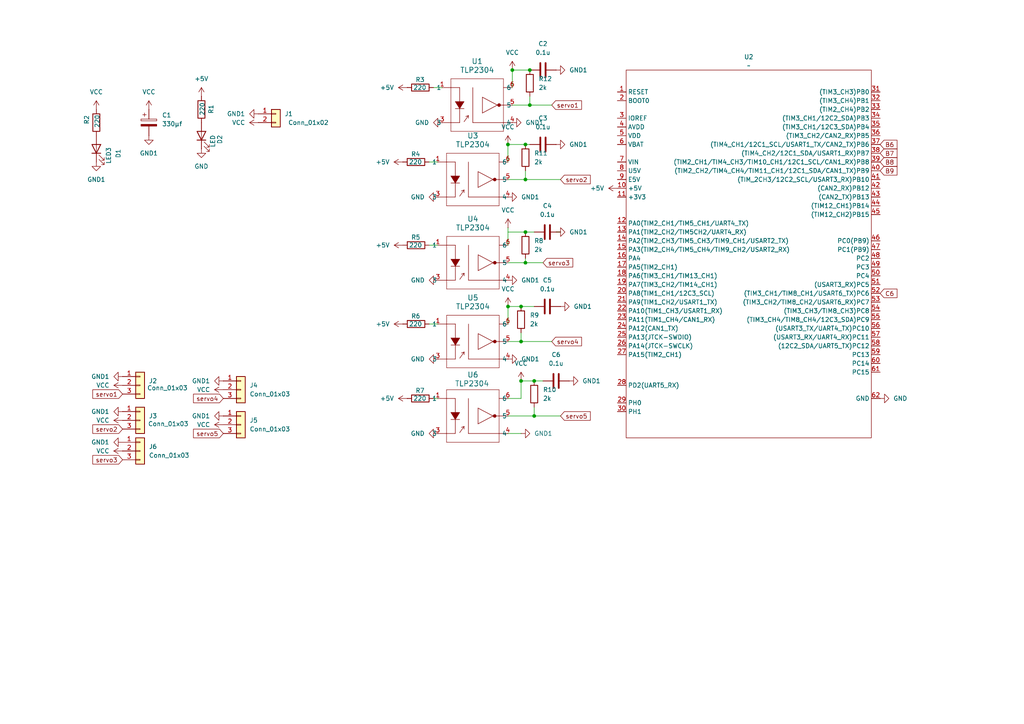
<source format=kicad_sch>
(kicad_sch
	(version 20231120)
	(generator "eeschema")
	(generator_version "8.0")
	(uuid "a98b1496-98c2-40e3-b48b-be794f903972")
	(paper "A4")
	(lib_symbols
		(symbol "2024-10-11_09-07-29:TLP2304"
			(pin_names
				(offset 0.254)
			)
			(exclude_from_sim no)
			(in_bom yes)
			(on_board yes)
			(property "Reference" "U"
				(at 0 0 0)
				(effects
					(font
						(size 1.524 1.524)
					)
				)
			)
			(property "Value" "TLP2304"
				(at 0 0 0)
				(effects
					(font
						(size 1.524 1.524)
					)
				)
			)
			(property "Footprint" "5pin SO6_TOS"
				(at 0 0 0)
				(effects
					(font
						(size 1.27 1.27)
						(italic yes)
					)
					(hide yes)
				)
			)
			(property "Datasheet" "TLP2304"
				(at 0 0 0)
				(effects
					(font
						(size 1.27 1.27)
						(italic yes)
					)
					(hide yes)
				)
			)
			(property "Description" ""
				(at 0 0 0)
				(effects
					(font
						(size 1.27 1.27)
					)
					(hide yes)
				)
			)
			(property "ki_locked" ""
				(at 0 0 0)
				(effects
					(font
						(size 1.27 1.27)
					)
				)
			)
			(property "ki_keywords" "TLP2304"
				(at 0 0 0)
				(effects
					(font
						(size 1.27 1.27)
					)
					(hide yes)
				)
			)
			(property "ki_fp_filters" "5pin SO6_TOS"
				(at 0 0 0)
				(effects
					(font
						(size 1.27 1.27)
					)
					(hide yes)
				)
			)
			(symbol "TLP2304_0_1"
				(polyline
					(pts
						(xy -2.54 -12.7) (xy 0 -12.7)
					)
					(stroke
						(width 0)
						(type default)
					)
					(fill
						(type none)
					)
				)
				(polyline
					(pts
						(xy -2.54 -2.54) (xy 0 -2.54)
					)
					(stroke
						(width 0)
						(type default)
					)
					(fill
						(type none)
					)
				)
				(polyline
					(pts
						(xy 0 -15.24) (xy 0 0)
					)
					(stroke
						(width 0.127)
						(type default)
					)
					(fill
						(type none)
					)
				)
				(polyline
					(pts
						(xy 0 -12.7) (xy 2.54 -12.7)
					)
					(stroke
						(width 0)
						(type default)
					)
					(fill
						(type none)
					)
				)
				(polyline
					(pts
						(xy 0 -2.54) (xy 2.54 -2.54)
					)
					(stroke
						(width 0)
						(type default)
					)
					(fill
						(type none)
					)
				)
				(polyline
					(pts
						(xy 0 0) (xy 15.24 0)
					)
					(stroke
						(width 0.127)
						(type default)
					)
					(fill
						(type none)
					)
				)
				(polyline
					(pts
						(xy 1.27 -8.636) (xy 3.81 -8.636)
					)
					(stroke
						(width 0)
						(type default)
					)
					(fill
						(type none)
					)
				)
				(polyline
					(pts
						(xy 2.54 -12.7) (xy 2.54 -8.636)
					)
					(stroke
						(width 0)
						(type default)
					)
					(fill
						(type none)
					)
				)
				(polyline
					(pts
						(xy 2.54 -2.54) (xy 2.54 -6.604)
					)
					(stroke
						(width 0)
						(type default)
					)
					(fill
						(type none)
					)
				)
				(polyline
					(pts
						(xy 4.318 -10.922) (xy 5.08 -10.668)
					)
					(stroke
						(width 0)
						(type default)
					)
					(fill
						(type none)
					)
				)
				(polyline
					(pts
						(xy 5.08 -11.43) (xy 5.08 -10.668)
					)
					(stroke
						(width 0)
						(type default)
					)
					(fill
						(type none)
					)
				)
				(polyline
					(pts
						(xy 5.08 -10.668) (xy 3.81 -12.446)
					)
					(stroke
						(width 0)
						(type default)
					)
					(fill
						(type none)
					)
				)
				(polyline
					(pts
						(xy 6.35 -12.7) (xy 15.24 -12.7)
					)
					(stroke
						(width 0)
						(type default)
					)
					(fill
						(type none)
					)
				)
				(polyline
					(pts
						(xy 6.35 -2.54) (xy 6.35 -12.7)
					)
					(stroke
						(width 0)
						(type default)
					)
					(fill
						(type none)
					)
				)
				(polyline
					(pts
						(xy 9.144 -9.906) (xy 13.462 -7.62)
					)
					(stroke
						(width 0)
						(type default)
					)
					(fill
						(type none)
					)
				)
				(polyline
					(pts
						(xy 9.144 -5.334) (xy 9.144 -9.906)
					)
					(stroke
						(width 0)
						(type default)
					)
					(fill
						(type none)
					)
				)
				(polyline
					(pts
						(xy 9.144 -5.334) (xy 13.462 -7.62)
					)
					(stroke
						(width 0)
						(type default)
					)
					(fill
						(type none)
					)
				)
				(polyline
					(pts
						(xy 14.478 -7.62) (xy 15.24 -7.62)
					)
					(stroke
						(width 0)
						(type default)
					)
					(fill
						(type none)
					)
				)
				(polyline
					(pts
						(xy 15.24 -15.24) (xy 0 -15.24)
					)
					(stroke
						(width 0.127)
						(type default)
					)
					(fill
						(type none)
					)
				)
				(polyline
					(pts
						(xy 15.24 0) (xy 15.24 -15.24)
					)
					(stroke
						(width 0.127)
						(type default)
					)
					(fill
						(type none)
					)
				)
				(polyline
					(pts
						(xy 17.78 -12.7) (xy 15.24 -12.7)
					)
					(stroke
						(width 0)
						(type default)
					)
					(fill
						(type none)
					)
				)
				(polyline
					(pts
						(xy 17.78 -7.62) (xy 15.24 -7.62)
					)
					(stroke
						(width 0)
						(type default)
					)
					(fill
						(type none)
					)
				)
				(polyline
					(pts
						(xy 17.78 -2.54) (xy 15.24 -2.54)
					)
					(stroke
						(width 0)
						(type default)
					)
					(fill
						(type none)
					)
				)
				(polyline
					(pts
						(xy 1.27 -6.604) (xy 1.27 -6.604) (xy 3.81 -6.604) (xy 2.54 -8.636) (xy 1.27 -6.604)
					)
					(stroke
						(width 0)
						(type default)
					)
					(fill
						(type outline)
					)
				)
				(circle
					(center 13.97 -7.62)
					(radius 0.254)
					(stroke
						(width 0.508)
						(type default)
					)
					(fill
						(type none)
					)
				)
				(pin unspecified line
					(at -2.5146 -2.54 180)
					(length 0.0254)
					(name "1"
						(effects
							(font
								(size 1.27 1.27)
							)
						)
					)
					(number "1"
						(effects
							(font
								(size 1.27 1.27)
							)
						)
					)
				)
				(pin unspecified line
					(at -2.5146 -12.7 180)
					(length 0.0254)
					(name "3"
						(effects
							(font
								(size 1.27 1.27)
							)
						)
					)
					(number "3"
						(effects
							(font
								(size 1.27 1.27)
							)
						)
					)
				)
				(pin power_out line
					(at 17.8054 -12.7 180)
					(length 0.0254)
					(name "4"
						(effects
							(font
								(size 1.27 1.27)
							)
						)
					)
					(number "4"
						(effects
							(font
								(size 1.27 1.27)
							)
						)
					)
				)
				(pin output line
					(at 17.8054 -7.62 180)
					(length 0.0254)
					(name "5"
						(effects
							(font
								(size 1.27 1.27)
							)
						)
					)
					(number "5"
						(effects
							(font
								(size 1.27 1.27)
							)
						)
					)
				)
				(pin unspecified line
					(at 17.8054 -2.54 180)
					(length 0.0254)
					(name "6"
						(effects
							(font
								(size 1.27 1.27)
							)
						)
					)
					(number "6"
						(effects
							(font
								(size 1.27 1.27)
							)
						)
					)
				)
			)
		)
		(symbol "Connector_Generic:Conn_01x02"
			(pin_names
				(offset 1.016) hide)
			(exclude_from_sim no)
			(in_bom yes)
			(on_board yes)
			(property "Reference" "J"
				(at 0 2.54 0)
				(effects
					(font
						(size 1.27 1.27)
					)
				)
			)
			(property "Value" "Conn_01x02"
				(at 0 -5.08 0)
				(effects
					(font
						(size 1.27 1.27)
					)
				)
			)
			(property "Footprint" ""
				(at 0 0 0)
				(effects
					(font
						(size 1.27 1.27)
					)
					(hide yes)
				)
			)
			(property "Datasheet" "~"
				(at 0 0 0)
				(effects
					(font
						(size 1.27 1.27)
					)
					(hide yes)
				)
			)
			(property "Description" "Generic connector, single row, 01x02, script generated (kicad-library-utils/schlib/autogen/connector/)"
				(at 0 0 0)
				(effects
					(font
						(size 1.27 1.27)
					)
					(hide yes)
				)
			)
			(property "ki_keywords" "connector"
				(at 0 0 0)
				(effects
					(font
						(size 1.27 1.27)
					)
					(hide yes)
				)
			)
			(property "ki_fp_filters" "Connector*:*_1x??_*"
				(at 0 0 0)
				(effects
					(font
						(size 1.27 1.27)
					)
					(hide yes)
				)
			)
			(symbol "Conn_01x02_1_1"
				(rectangle
					(start -1.27 -2.413)
					(end 0 -2.667)
					(stroke
						(width 0.1524)
						(type default)
					)
					(fill
						(type none)
					)
				)
				(rectangle
					(start -1.27 0.127)
					(end 0 -0.127)
					(stroke
						(width 0.1524)
						(type default)
					)
					(fill
						(type none)
					)
				)
				(rectangle
					(start -1.27 1.27)
					(end 1.27 -3.81)
					(stroke
						(width 0.254)
						(type default)
					)
					(fill
						(type background)
					)
				)
				(pin passive line
					(at -5.08 0 0)
					(length 3.81)
					(name "Pin_1"
						(effects
							(font
								(size 1.27 1.27)
							)
						)
					)
					(number "1"
						(effects
							(font
								(size 1.27 1.27)
							)
						)
					)
				)
				(pin passive line
					(at -5.08 -2.54 0)
					(length 3.81)
					(name "Pin_2"
						(effects
							(font
								(size 1.27 1.27)
							)
						)
					)
					(number "2"
						(effects
							(font
								(size 1.27 1.27)
							)
						)
					)
				)
			)
		)
		(symbol "Connector_Generic:Conn_01x03"
			(pin_names
				(offset 1.016) hide)
			(exclude_from_sim no)
			(in_bom yes)
			(on_board yes)
			(property "Reference" "J"
				(at 0 5.08 0)
				(effects
					(font
						(size 1.27 1.27)
					)
				)
			)
			(property "Value" "Conn_01x03"
				(at 0 -5.08 0)
				(effects
					(font
						(size 1.27 1.27)
					)
				)
			)
			(property "Footprint" ""
				(at 0 0 0)
				(effects
					(font
						(size 1.27 1.27)
					)
					(hide yes)
				)
			)
			(property "Datasheet" "~"
				(at 0 0 0)
				(effects
					(font
						(size 1.27 1.27)
					)
					(hide yes)
				)
			)
			(property "Description" "Generic connector, single row, 01x03, script generated (kicad-library-utils/schlib/autogen/connector/)"
				(at 0 0 0)
				(effects
					(font
						(size 1.27 1.27)
					)
					(hide yes)
				)
			)
			(property "ki_keywords" "connector"
				(at 0 0 0)
				(effects
					(font
						(size 1.27 1.27)
					)
					(hide yes)
				)
			)
			(property "ki_fp_filters" "Connector*:*_1x??_*"
				(at 0 0 0)
				(effects
					(font
						(size 1.27 1.27)
					)
					(hide yes)
				)
			)
			(symbol "Conn_01x03_1_1"
				(rectangle
					(start -1.27 -2.413)
					(end 0 -2.667)
					(stroke
						(width 0.1524)
						(type default)
					)
					(fill
						(type none)
					)
				)
				(rectangle
					(start -1.27 0.127)
					(end 0 -0.127)
					(stroke
						(width 0.1524)
						(type default)
					)
					(fill
						(type none)
					)
				)
				(rectangle
					(start -1.27 2.667)
					(end 0 2.413)
					(stroke
						(width 0.1524)
						(type default)
					)
					(fill
						(type none)
					)
				)
				(rectangle
					(start -1.27 3.81)
					(end 1.27 -3.81)
					(stroke
						(width 0.254)
						(type default)
					)
					(fill
						(type background)
					)
				)
				(pin passive line
					(at -5.08 2.54 0)
					(length 3.81)
					(name "Pin_1"
						(effects
							(font
								(size 1.27 1.27)
							)
						)
					)
					(number "1"
						(effects
							(font
								(size 1.27 1.27)
							)
						)
					)
				)
				(pin passive line
					(at -5.08 0 0)
					(length 3.81)
					(name "Pin_2"
						(effects
							(font
								(size 1.27 1.27)
							)
						)
					)
					(number "2"
						(effects
							(font
								(size 1.27 1.27)
							)
						)
					)
				)
				(pin passive line
					(at -5.08 -2.54 0)
					(length 3.81)
					(name "Pin_3"
						(effects
							(font
								(size 1.27 1.27)
							)
						)
					)
					(number "3"
						(effects
							(font
								(size 1.27 1.27)
							)
						)
					)
				)
			)
		)
		(symbol "Device:C"
			(pin_numbers hide)
			(pin_names
				(offset 0.254)
			)
			(exclude_from_sim no)
			(in_bom yes)
			(on_board yes)
			(property "Reference" "C"
				(at 0.635 2.54 0)
				(effects
					(font
						(size 1.27 1.27)
					)
					(justify left)
				)
			)
			(property "Value" "C"
				(at 0.635 -2.54 0)
				(effects
					(font
						(size 1.27 1.27)
					)
					(justify left)
				)
			)
			(property "Footprint" ""
				(at 0.9652 -3.81 0)
				(effects
					(font
						(size 1.27 1.27)
					)
					(hide yes)
				)
			)
			(property "Datasheet" "~"
				(at 0 0 0)
				(effects
					(font
						(size 1.27 1.27)
					)
					(hide yes)
				)
			)
			(property "Description" "Unpolarized capacitor"
				(at 0 0 0)
				(effects
					(font
						(size 1.27 1.27)
					)
					(hide yes)
				)
			)
			(property "ki_keywords" "cap capacitor"
				(at 0 0 0)
				(effects
					(font
						(size 1.27 1.27)
					)
					(hide yes)
				)
			)
			(property "ki_fp_filters" "C_*"
				(at 0 0 0)
				(effects
					(font
						(size 1.27 1.27)
					)
					(hide yes)
				)
			)
			(symbol "C_0_1"
				(polyline
					(pts
						(xy -2.032 -0.762) (xy 2.032 -0.762)
					)
					(stroke
						(width 0.508)
						(type default)
					)
					(fill
						(type none)
					)
				)
				(polyline
					(pts
						(xy -2.032 0.762) (xy 2.032 0.762)
					)
					(stroke
						(width 0.508)
						(type default)
					)
					(fill
						(type none)
					)
				)
			)
			(symbol "C_1_1"
				(pin passive line
					(at 0 3.81 270)
					(length 2.794)
					(name "~"
						(effects
							(font
								(size 1.27 1.27)
							)
						)
					)
					(number "1"
						(effects
							(font
								(size 1.27 1.27)
							)
						)
					)
				)
				(pin passive line
					(at 0 -3.81 90)
					(length 2.794)
					(name "~"
						(effects
							(font
								(size 1.27 1.27)
							)
						)
					)
					(number "2"
						(effects
							(font
								(size 1.27 1.27)
							)
						)
					)
				)
			)
		)
		(symbol "Device:C_Polarized"
			(pin_numbers hide)
			(pin_names
				(offset 0.254)
			)
			(exclude_from_sim no)
			(in_bom yes)
			(on_board yes)
			(property "Reference" "C"
				(at 0.635 2.54 0)
				(effects
					(font
						(size 1.27 1.27)
					)
					(justify left)
				)
			)
			(property "Value" "C_Polarized"
				(at 0.635 -2.54 0)
				(effects
					(font
						(size 1.27 1.27)
					)
					(justify left)
				)
			)
			(property "Footprint" ""
				(at 0.9652 -3.81 0)
				(effects
					(font
						(size 1.27 1.27)
					)
					(hide yes)
				)
			)
			(property "Datasheet" "~"
				(at 0 0 0)
				(effects
					(font
						(size 1.27 1.27)
					)
					(hide yes)
				)
			)
			(property "Description" "Polarized capacitor"
				(at 0 0 0)
				(effects
					(font
						(size 1.27 1.27)
					)
					(hide yes)
				)
			)
			(property "ki_keywords" "cap capacitor"
				(at 0 0 0)
				(effects
					(font
						(size 1.27 1.27)
					)
					(hide yes)
				)
			)
			(property "ki_fp_filters" "CP_*"
				(at 0 0 0)
				(effects
					(font
						(size 1.27 1.27)
					)
					(hide yes)
				)
			)
			(symbol "C_Polarized_0_1"
				(rectangle
					(start -2.286 0.508)
					(end 2.286 1.016)
					(stroke
						(width 0)
						(type default)
					)
					(fill
						(type none)
					)
				)
				(polyline
					(pts
						(xy -1.778 2.286) (xy -0.762 2.286)
					)
					(stroke
						(width 0)
						(type default)
					)
					(fill
						(type none)
					)
				)
				(polyline
					(pts
						(xy -1.27 2.794) (xy -1.27 1.778)
					)
					(stroke
						(width 0)
						(type default)
					)
					(fill
						(type none)
					)
				)
				(rectangle
					(start 2.286 -0.508)
					(end -2.286 -1.016)
					(stroke
						(width 0)
						(type default)
					)
					(fill
						(type outline)
					)
				)
			)
			(symbol "C_Polarized_1_1"
				(pin passive line
					(at 0 3.81 270)
					(length 2.794)
					(name "~"
						(effects
							(font
								(size 1.27 1.27)
							)
						)
					)
					(number "1"
						(effects
							(font
								(size 1.27 1.27)
							)
						)
					)
				)
				(pin passive line
					(at 0 -3.81 90)
					(length 2.794)
					(name "~"
						(effects
							(font
								(size 1.27 1.27)
							)
						)
					)
					(number "2"
						(effects
							(font
								(size 1.27 1.27)
							)
						)
					)
				)
			)
		)
		(symbol "Device:LED"
			(pin_numbers hide)
			(pin_names
				(offset 1.016) hide)
			(exclude_from_sim no)
			(in_bom yes)
			(on_board yes)
			(property "Reference" "D"
				(at 0 2.54 0)
				(effects
					(font
						(size 1.27 1.27)
					)
				)
			)
			(property "Value" "LED"
				(at 0 -2.54 0)
				(effects
					(font
						(size 1.27 1.27)
					)
				)
			)
			(property "Footprint" ""
				(at 0 0 0)
				(effects
					(font
						(size 1.27 1.27)
					)
					(hide yes)
				)
			)
			(property "Datasheet" "~"
				(at 0 0 0)
				(effects
					(font
						(size 1.27 1.27)
					)
					(hide yes)
				)
			)
			(property "Description" "Light emitting diode"
				(at 0 0 0)
				(effects
					(font
						(size 1.27 1.27)
					)
					(hide yes)
				)
			)
			(property "ki_keywords" "LED diode"
				(at 0 0 0)
				(effects
					(font
						(size 1.27 1.27)
					)
					(hide yes)
				)
			)
			(property "ki_fp_filters" "LED* LED_SMD:* LED_THT:*"
				(at 0 0 0)
				(effects
					(font
						(size 1.27 1.27)
					)
					(hide yes)
				)
			)
			(symbol "LED_0_1"
				(polyline
					(pts
						(xy -1.27 -1.27) (xy -1.27 1.27)
					)
					(stroke
						(width 0.254)
						(type default)
					)
					(fill
						(type none)
					)
				)
				(polyline
					(pts
						(xy -1.27 0) (xy 1.27 0)
					)
					(stroke
						(width 0)
						(type default)
					)
					(fill
						(type none)
					)
				)
				(polyline
					(pts
						(xy 1.27 -1.27) (xy 1.27 1.27) (xy -1.27 0) (xy 1.27 -1.27)
					)
					(stroke
						(width 0.254)
						(type default)
					)
					(fill
						(type none)
					)
				)
				(polyline
					(pts
						(xy -3.048 -0.762) (xy -4.572 -2.286) (xy -3.81 -2.286) (xy -4.572 -2.286) (xy -4.572 -1.524)
					)
					(stroke
						(width 0)
						(type default)
					)
					(fill
						(type none)
					)
				)
				(polyline
					(pts
						(xy -1.778 -0.762) (xy -3.302 -2.286) (xy -2.54 -2.286) (xy -3.302 -2.286) (xy -3.302 -1.524)
					)
					(stroke
						(width 0)
						(type default)
					)
					(fill
						(type none)
					)
				)
			)
			(symbol "LED_1_1"
				(pin passive line
					(at -3.81 0 0)
					(length 2.54)
					(name "K"
						(effects
							(font
								(size 1.27 1.27)
							)
						)
					)
					(number "1"
						(effects
							(font
								(size 1.27 1.27)
							)
						)
					)
				)
				(pin passive line
					(at 3.81 0 180)
					(length 2.54)
					(name "A"
						(effects
							(font
								(size 1.27 1.27)
							)
						)
					)
					(number "2"
						(effects
							(font
								(size 1.27 1.27)
							)
						)
					)
				)
			)
		)
		(symbol "Device:R"
			(pin_numbers hide)
			(pin_names
				(offset 0)
			)
			(exclude_from_sim no)
			(in_bom yes)
			(on_board yes)
			(property "Reference" "R"
				(at 2.032 0 90)
				(effects
					(font
						(size 1.27 1.27)
					)
				)
			)
			(property "Value" "R"
				(at 0 0 90)
				(effects
					(font
						(size 1.27 1.27)
					)
				)
			)
			(property "Footprint" ""
				(at -1.778 0 90)
				(effects
					(font
						(size 1.27 1.27)
					)
					(hide yes)
				)
			)
			(property "Datasheet" "~"
				(at 0 0 0)
				(effects
					(font
						(size 1.27 1.27)
					)
					(hide yes)
				)
			)
			(property "Description" "Resistor"
				(at 0 0 0)
				(effects
					(font
						(size 1.27 1.27)
					)
					(hide yes)
				)
			)
			(property "ki_keywords" "R res resistor"
				(at 0 0 0)
				(effects
					(font
						(size 1.27 1.27)
					)
					(hide yes)
				)
			)
			(property "ki_fp_filters" "R_*"
				(at 0 0 0)
				(effects
					(font
						(size 1.27 1.27)
					)
					(hide yes)
				)
			)
			(symbol "R_0_1"
				(rectangle
					(start -1.016 -2.54)
					(end 1.016 2.54)
					(stroke
						(width 0.254)
						(type default)
					)
					(fill
						(type none)
					)
				)
			)
			(symbol "R_1_1"
				(pin passive line
					(at 0 3.81 270)
					(length 1.27)
					(name "~"
						(effects
							(font
								(size 1.27 1.27)
							)
						)
					)
					(number "1"
						(effects
							(font
								(size 1.27 1.27)
							)
						)
					)
				)
				(pin passive line
					(at 0 -3.81 90)
					(length 1.27)
					(name "~"
						(effects
							(font
								(size 1.27 1.27)
							)
						)
					)
					(number "2"
						(effects
							(font
								(size 1.27 1.27)
							)
						)
					)
				)
			)
		)
		(symbol "power:+5V"
			(power)
			(pin_numbers hide)
			(pin_names
				(offset 0) hide)
			(exclude_from_sim no)
			(in_bom yes)
			(on_board yes)
			(property "Reference" "#PWR"
				(at 0 -3.81 0)
				(effects
					(font
						(size 1.27 1.27)
					)
					(hide yes)
				)
			)
			(property "Value" "+5V"
				(at 0 3.556 0)
				(effects
					(font
						(size 1.27 1.27)
					)
				)
			)
			(property "Footprint" ""
				(at 0 0 0)
				(effects
					(font
						(size 1.27 1.27)
					)
					(hide yes)
				)
			)
			(property "Datasheet" ""
				(at 0 0 0)
				(effects
					(font
						(size 1.27 1.27)
					)
					(hide yes)
				)
			)
			(property "Description" "Power symbol creates a global label with name \"+5V\""
				(at 0 0 0)
				(effects
					(font
						(size 1.27 1.27)
					)
					(hide yes)
				)
			)
			(property "ki_keywords" "global power"
				(at 0 0 0)
				(effects
					(font
						(size 1.27 1.27)
					)
					(hide yes)
				)
			)
			(symbol "+5V_0_1"
				(polyline
					(pts
						(xy -0.762 1.27) (xy 0 2.54)
					)
					(stroke
						(width 0)
						(type default)
					)
					(fill
						(type none)
					)
				)
				(polyline
					(pts
						(xy 0 0) (xy 0 2.54)
					)
					(stroke
						(width 0)
						(type default)
					)
					(fill
						(type none)
					)
				)
				(polyline
					(pts
						(xy 0 2.54) (xy 0.762 1.27)
					)
					(stroke
						(width 0)
						(type default)
					)
					(fill
						(type none)
					)
				)
			)
			(symbol "+5V_1_1"
				(pin power_in line
					(at 0 0 90)
					(length 0)
					(name "~"
						(effects
							(font
								(size 1.27 1.27)
							)
						)
					)
					(number "1"
						(effects
							(font
								(size 1.27 1.27)
							)
						)
					)
				)
			)
		)
		(symbol "power:GND"
			(power)
			(pin_numbers hide)
			(pin_names
				(offset 0) hide)
			(exclude_from_sim no)
			(in_bom yes)
			(on_board yes)
			(property "Reference" "#PWR"
				(at 0 -6.35 0)
				(effects
					(font
						(size 1.27 1.27)
					)
					(hide yes)
				)
			)
			(property "Value" "GND"
				(at 0 -3.81 0)
				(effects
					(font
						(size 1.27 1.27)
					)
				)
			)
			(property "Footprint" ""
				(at 0 0 0)
				(effects
					(font
						(size 1.27 1.27)
					)
					(hide yes)
				)
			)
			(property "Datasheet" ""
				(at 0 0 0)
				(effects
					(font
						(size 1.27 1.27)
					)
					(hide yes)
				)
			)
			(property "Description" "Power symbol creates a global label with name \"GND\" , ground"
				(at 0 0 0)
				(effects
					(font
						(size 1.27 1.27)
					)
					(hide yes)
				)
			)
			(property "ki_keywords" "global power"
				(at 0 0 0)
				(effects
					(font
						(size 1.27 1.27)
					)
					(hide yes)
				)
			)
			(symbol "GND_0_1"
				(polyline
					(pts
						(xy 0 0) (xy 0 -1.27) (xy 1.27 -1.27) (xy 0 -2.54) (xy -1.27 -1.27) (xy 0 -1.27)
					)
					(stroke
						(width 0)
						(type default)
					)
					(fill
						(type none)
					)
				)
			)
			(symbol "GND_1_1"
				(pin power_in line
					(at 0 0 270)
					(length 0)
					(name "~"
						(effects
							(font
								(size 1.27 1.27)
							)
						)
					)
					(number "1"
						(effects
							(font
								(size 1.27 1.27)
							)
						)
					)
				)
			)
		)
		(symbol "power:GND1"
			(power)
			(pin_numbers hide)
			(pin_names
				(offset 0) hide)
			(exclude_from_sim no)
			(in_bom yes)
			(on_board yes)
			(property "Reference" "#PWR"
				(at 0 -6.35 0)
				(effects
					(font
						(size 1.27 1.27)
					)
					(hide yes)
				)
			)
			(property "Value" "GND1"
				(at 0 -3.81 0)
				(effects
					(font
						(size 1.27 1.27)
					)
				)
			)
			(property "Footprint" ""
				(at 0 0 0)
				(effects
					(font
						(size 1.27 1.27)
					)
					(hide yes)
				)
			)
			(property "Datasheet" ""
				(at 0 0 0)
				(effects
					(font
						(size 1.27 1.27)
					)
					(hide yes)
				)
			)
			(property "Description" "Power symbol creates a global label with name \"GND1\" , ground"
				(at 0 0 0)
				(effects
					(font
						(size 1.27 1.27)
					)
					(hide yes)
				)
			)
			(property "ki_keywords" "global power"
				(at 0 0 0)
				(effects
					(font
						(size 1.27 1.27)
					)
					(hide yes)
				)
			)
			(symbol "GND1_0_1"
				(polyline
					(pts
						(xy 0 0) (xy 0 -1.27) (xy 1.27 -1.27) (xy 0 -2.54) (xy -1.27 -1.27) (xy 0 -1.27)
					)
					(stroke
						(width 0)
						(type default)
					)
					(fill
						(type none)
					)
				)
			)
			(symbol "GND1_1_1"
				(pin power_in line
					(at 0 0 270)
					(length 0)
					(name "~"
						(effects
							(font
								(size 1.27 1.27)
							)
						)
					)
					(number "1"
						(effects
							(font
								(size 1.27 1.27)
							)
						)
					)
				)
			)
		)
		(symbol "power:VCC"
			(power)
			(pin_numbers hide)
			(pin_names
				(offset 0) hide)
			(exclude_from_sim no)
			(in_bom yes)
			(on_board yes)
			(property "Reference" "#PWR"
				(at 0 -3.81 0)
				(effects
					(font
						(size 1.27 1.27)
					)
					(hide yes)
				)
			)
			(property "Value" "VCC"
				(at 0 3.556 0)
				(effects
					(font
						(size 1.27 1.27)
					)
				)
			)
			(property "Footprint" ""
				(at 0 0 0)
				(effects
					(font
						(size 1.27 1.27)
					)
					(hide yes)
				)
			)
			(property "Datasheet" ""
				(at 0 0 0)
				(effects
					(font
						(size 1.27 1.27)
					)
					(hide yes)
				)
			)
			(property "Description" "Power symbol creates a global label with name \"VCC\""
				(at 0 0 0)
				(effects
					(font
						(size 1.27 1.27)
					)
					(hide yes)
				)
			)
			(property "ki_keywords" "global power"
				(at 0 0 0)
				(effects
					(font
						(size 1.27 1.27)
					)
					(hide yes)
				)
			)
			(symbol "VCC_0_1"
				(polyline
					(pts
						(xy -0.762 1.27) (xy 0 2.54)
					)
					(stroke
						(width 0)
						(type default)
					)
					(fill
						(type none)
					)
				)
				(polyline
					(pts
						(xy 0 0) (xy 0 2.54)
					)
					(stroke
						(width 0)
						(type default)
					)
					(fill
						(type none)
					)
				)
				(polyline
					(pts
						(xy 0 2.54) (xy 0.762 1.27)
					)
					(stroke
						(width 0)
						(type default)
					)
					(fill
						(type none)
					)
				)
			)
			(symbol "VCC_1_1"
				(pin power_in line
					(at 0 0 90)
					(length 0)
					(name "~"
						(effects
							(font
								(size 1.27 1.27)
							)
						)
					)
					(number "1"
						(effects
							(font
								(size 1.27 1.27)
							)
						)
					)
				)
			)
		)
		(symbol "stm32f446re-nucleo:STM32F446RE-Nucleo"
			(exclude_from_sim no)
			(in_bom yes)
			(on_board yes)
			(property "Reference" "U2"
				(at 27.94 61.595 0)
				(effects
					(font
						(size 1.27 1.27)
					)
				)
			)
			(property "Value" "~"
				(at 13.97 2.54 0)
				(effects
					(font
						(size 1.27 1.27)
					)
				)
			)
			(property "Footprint" "Library:STM32F446RE_Nucleo"
				(at 13.97 2.54 0)
				(effects
					(font
						(size 1.27 1.27)
					)
					(hide yes)
				)
			)
			(property "Datasheet" ""
				(at 13.97 2.54 0)
				(effects
					(font
						(size 1.27 1.27)
					)
					(hide yes)
				)
			)
			(property "Description" ""
				(at 13.97 2.54 0)
				(effects
					(font
						(size 1.27 1.27)
					)
					(hide yes)
				)
			)
			(symbol "STM32F446RE-Nucleo_0_1"
				(polyline
					(pts
						(xy -7.62 59.69) (xy 63.5 59.69) (xy 63.5 -44.45) (xy 63.5 -46.99) (xy -7.62 -46.99) (xy -7.62 59.69)
					)
					(stroke
						(width 0)
						(type default)
					)
					(fill
						(type none)
					)
				)
			)
			(symbol "STM32F446RE-Nucleo_1_1"
				(pin input line
					(at -10.16 53.34 0)
					(length 2.54)
					(name "RESET"
						(effects
							(font
								(size 1.27 1.27)
							)
						)
					)
					(number "1"
						(effects
							(font
								(size 1.27 1.27)
							)
						)
					)
				)
				(pin power_out line
					(at -10.16 25.4 0)
					(length 2.54)
					(name "+5V"
						(effects
							(font
								(size 1.27 1.27)
							)
						)
					)
					(number "10"
						(effects
							(font
								(size 1.27 1.27)
							)
						)
					)
				)
				(pin power_out line
					(at -10.16 22.86 0)
					(length 2.54)
					(name "+3V3"
						(effects
							(font
								(size 1.27 1.27)
							)
						)
					)
					(number "11"
						(effects
							(font
								(size 1.27 1.27)
							)
						)
					)
				)
				(pin bidirectional line
					(at -10.16 15.24 0)
					(length 2.54)
					(name "PA0(TIM2_CH1/TIM5_CH1/UART4_TX)"
						(effects
							(font
								(size 1.27 1.27)
							)
						)
					)
					(number "12"
						(effects
							(font
								(size 1.27 1.27)
							)
						)
					)
				)
				(pin bidirectional line
					(at -10.16 12.7 0)
					(length 2.54)
					(name "PA1(TIM2_CH2/TIM5CH2/UART4_RX)"
						(effects
							(font
								(size 1.27 1.27)
							)
						)
					)
					(number "13"
						(effects
							(font
								(size 1.27 1.27)
							)
						)
					)
				)
				(pin bidirectional line
					(at -10.16 10.16 0)
					(length 2.54)
					(name "PA2(TIM2_CH3/TIM5_CH3/TIM9_CH1/USART2_TX)"
						(effects
							(font
								(size 1.27 1.27)
							)
						)
					)
					(number "14"
						(effects
							(font
								(size 1.27 1.27)
							)
						)
					)
				)
				(pin bidirectional line
					(at -10.16 7.62 0)
					(length 2.54)
					(name "PA3(TIM2_CH4/TIM5_CH4/TIM9_CH2/USART2_RX)"
						(effects
							(font
								(size 1.27 1.27)
							)
						)
					)
					(number "15"
						(effects
							(font
								(size 1.27 1.27)
							)
						)
					)
				)
				(pin bidirectional line
					(at -10.16 5.08 0)
					(length 2.54)
					(name "PA4"
						(effects
							(font
								(size 1.27 1.27)
							)
						)
					)
					(number "16"
						(effects
							(font
								(size 1.27 1.27)
							)
						)
					)
				)
				(pin bidirectional line
					(at -10.16 2.54 0)
					(length 2.54)
					(name "PA5(TIM2_CH1)"
						(effects
							(font
								(size 1.27 1.27)
							)
						)
					)
					(number "17"
						(effects
							(font
								(size 1.27 1.27)
							)
						)
					)
				)
				(pin bidirectional line
					(at -10.16 0 0)
					(length 2.54)
					(name "PA6(TIM3_CH1/TIM13_CH1)"
						(effects
							(font
								(size 1.27 1.27)
							)
						)
					)
					(number "18"
						(effects
							(font
								(size 1.27 1.27)
							)
						)
					)
				)
				(pin bidirectional line
					(at -10.16 -2.54 0)
					(length 2.54)
					(name "PA7(TIM3_CH2/TIM14_CH1)"
						(effects
							(font
								(size 1.27 1.27)
							)
						)
					)
					(number "19"
						(effects
							(font
								(size 1.27 1.27)
							)
						)
					)
				)
				(pin input line
					(at -10.16 50.8 0)
					(length 2.54)
					(name "BOOT0"
						(effects
							(font
								(size 1.27 1.27)
							)
						)
					)
					(number "2"
						(effects
							(font
								(size 1.27 1.27)
							)
						)
					)
				)
				(pin bidirectional line
					(at -10.16 -5.08 0)
					(length 2.54)
					(name "PA8(TIM1_CH1/12C3_SCL)"
						(effects
							(font
								(size 1.27 1.27)
							)
						)
					)
					(number "20"
						(effects
							(font
								(size 1.27 1.27)
							)
						)
					)
				)
				(pin bidirectional line
					(at -10.16 -7.62 0)
					(length 2.54)
					(name "PA9(TIM1_CH2/USART1_TX)"
						(effects
							(font
								(size 1.27 1.27)
							)
						)
					)
					(number "21"
						(effects
							(font
								(size 1.27 1.27)
							)
						)
					)
				)
				(pin bidirectional line
					(at -10.16 -10.16 0)
					(length 2.54)
					(name "PA10(TIM1_CH3/USART1_RX)"
						(effects
							(font
								(size 1.27 1.27)
							)
						)
					)
					(number "22"
						(effects
							(font
								(size 1.27 1.27)
							)
						)
					)
				)
				(pin bidirectional line
					(at -10.16 -12.7 0)
					(length 2.54)
					(name "PA11(TIM1_CH4/CAN1_RX)"
						(effects
							(font
								(size 1.27 1.27)
							)
						)
					)
					(number "23"
						(effects
							(font
								(size 1.27 1.27)
							)
						)
					)
				)
				(pin bidirectional line
					(at -10.16 -15.24 0)
					(length 2.54)
					(name "PA12(CAN1_TX)"
						(effects
							(font
								(size 1.27 1.27)
							)
						)
					)
					(number "24"
						(effects
							(font
								(size 1.27 1.27)
							)
						)
					)
				)
				(pin bidirectional line
					(at -10.16 -17.78 0)
					(length 2.54)
					(name "PA13(JTCK-SWDIO)"
						(effects
							(font
								(size 1.27 1.27)
							)
						)
					)
					(number "25"
						(effects
							(font
								(size 1.27 1.27)
							)
						)
					)
				)
				(pin bidirectional line
					(at -10.16 -20.32 0)
					(length 2.54)
					(name "PA14(JTCK-SWCLK)"
						(effects
							(font
								(size 1.27 1.27)
							)
						)
					)
					(number "26"
						(effects
							(font
								(size 1.27 1.27)
							)
						)
					)
				)
				(pin bidirectional line
					(at -10.16 -22.86 0)
					(length 2.54)
					(name "PA15(TIM2_CH1)"
						(effects
							(font
								(size 1.27 1.27)
							)
						)
					)
					(number "27"
						(effects
							(font
								(size 1.27 1.27)
							)
						)
					)
				)
				(pin bidirectional line
					(at -10.16 -31.75 0)
					(length 2.54)
					(name "PD2(UART5_RX)"
						(effects
							(font
								(size 1.27 1.27)
							)
						)
					)
					(number "28"
						(effects
							(font
								(size 1.27 1.27)
							)
						)
					)
				)
				(pin bidirectional line
					(at -10.16 -36.83 0)
					(length 2.54)
					(name "PH0"
						(effects
							(font
								(size 1.27 1.27)
							)
						)
					)
					(number "29"
						(effects
							(font
								(size 1.27 1.27)
							)
						)
					)
				)
				(pin input line
					(at -10.16 45.72 0)
					(length 2.54)
					(name "IOREF"
						(effects
							(font
								(size 1.27 1.27)
							)
						)
					)
					(number "3"
						(effects
							(font
								(size 1.27 1.27)
							)
						)
					)
				)
				(pin bidirectional line
					(at -10.16 -39.37 0)
					(length 2.54)
					(name "PH1"
						(effects
							(font
								(size 1.27 1.27)
							)
						)
					)
					(number "30"
						(effects
							(font
								(size 1.27 1.27)
							)
						)
					)
				)
				(pin bidirectional line
					(at 66.04 53.34 180)
					(length 2.54)
					(name "(TIM3_CH3)PB0"
						(effects
							(font
								(size 1.27 1.27)
							)
						)
					)
					(number "31"
						(effects
							(font
								(size 1.27 1.27)
							)
						)
					)
				)
				(pin bidirectional line
					(at 66.04 50.8 180)
					(length 2.54)
					(name "(TIM3_CH4)PB1"
						(effects
							(font
								(size 1.27 1.27)
							)
						)
					)
					(number "32"
						(effects
							(font
								(size 1.27 1.27)
							)
						)
					)
				)
				(pin bidirectional line
					(at 66.04 48.26 180)
					(length 2.54)
					(name "(TIM2_CH4)PB2"
						(effects
							(font
								(size 1.27 1.27)
							)
						)
					)
					(number "33"
						(effects
							(font
								(size 1.27 1.27)
							)
						)
					)
				)
				(pin bidirectional line
					(at 66.04 45.72 180)
					(length 2.54)
					(name "(TIM3_CH1/12C2_SDA)PB3"
						(effects
							(font
								(size 1.27 1.27)
							)
						)
					)
					(number "34"
						(effects
							(font
								(size 1.27 1.27)
							)
						)
					)
				)
				(pin bidirectional line
					(at 66.04 43.18 180)
					(length 2.54)
					(name "(TIM3_CH1/12C3_SDA)PB4"
						(effects
							(font
								(size 1.27 1.27)
							)
						)
					)
					(number "35"
						(effects
							(font
								(size 1.27 1.27)
							)
						)
					)
				)
				(pin bidirectional line
					(at 66.04 40.64 180)
					(length 2.54)
					(name "(TIM3_CH2/CAN2_RX)PB5"
						(effects
							(font
								(size 1.27 1.27)
							)
						)
					)
					(number "36"
						(effects
							(font
								(size 1.27 1.27)
							)
						)
					)
				)
				(pin bidirectional line
					(at 66.04 38.1 180)
					(length 2.54)
					(name "(TIM4_CH1/12C1_SCL/USART1_TX/CAN2_TX)PB6"
						(effects
							(font
								(size 1.27 1.27)
							)
						)
					)
					(number "37"
						(effects
							(font
								(size 1.27 1.27)
							)
						)
					)
				)
				(pin bidirectional line
					(at 66.04 35.56 180)
					(length 2.54)
					(name "(TIM4_CH2/12C1_SDA/USART1_RX)PB7"
						(effects
							(font
								(size 1.27 1.27)
							)
						)
					)
					(number "38"
						(effects
							(font
								(size 1.27 1.27)
							)
						)
					)
				)
				(pin bidirectional line
					(at 66.04 33.02 180)
					(length 2.54)
					(name "(TIM2_CH1/TIM4_CH3/TIM10_CH1/12C1_SCL/CAN1_RX)PB8"
						(effects
							(font
								(size 1.27 1.27)
							)
						)
					)
					(number "39"
						(effects
							(font
								(size 1.27 1.27)
							)
						)
					)
				)
				(pin input line
					(at -10.16 43.18 0)
					(length 2.54)
					(name "AVDD"
						(effects
							(font
								(size 1.27 1.27)
							)
						)
					)
					(number "4"
						(effects
							(font
								(size 1.27 1.27)
							)
						)
					)
				)
				(pin bidirectional line
					(at 66.04 30.48 180)
					(length 2.54)
					(name "(TIM2_CH2/TIM4_CH4/TIM11_CH1/12C1_SDA/CAN1_TX)PB9"
						(effects
							(font
								(size 1.27 1.27)
							)
						)
					)
					(number "40"
						(effects
							(font
								(size 1.27 1.27)
							)
						)
					)
				)
				(pin bidirectional line
					(at 66.04 27.94 180)
					(length 2.54)
					(name "(TIM_2CH3/12C2_SCL/USART3_RX)PB10"
						(effects
							(font
								(size 1.27 1.27)
							)
						)
					)
					(number "41"
						(effects
							(font
								(size 1.27 1.27)
							)
						)
					)
				)
				(pin bidirectional line
					(at 66.04 25.4 180)
					(length 2.54)
					(name "(CAN2_RX)PB12"
						(effects
							(font
								(size 1.27 1.27)
							)
						)
					)
					(number "42"
						(effects
							(font
								(size 1.27 1.27)
							)
						)
					)
				)
				(pin bidirectional line
					(at 66.04 22.86 180)
					(length 2.54)
					(name "(CAN2_TX)PB13"
						(effects
							(font
								(size 1.27 1.27)
							)
						)
					)
					(number "43"
						(effects
							(font
								(size 1.27 1.27)
							)
						)
					)
				)
				(pin bidirectional line
					(at 66.04 20.32 180)
					(length 2.54)
					(name "(TIM12_CH1)PB14"
						(effects
							(font
								(size 1.27 1.27)
							)
						)
					)
					(number "44"
						(effects
							(font
								(size 1.27 1.27)
							)
						)
					)
				)
				(pin bidirectional line
					(at 66.04 17.78 180)
					(length 2.54)
					(name "(TIM12_CH2)PB15"
						(effects
							(font
								(size 1.27 1.27)
							)
						)
					)
					(number "45"
						(effects
							(font
								(size 1.27 1.27)
							)
						)
					)
				)
				(pin bidirectional line
					(at 66.04 10.16 180)
					(length 2.54)
					(name "PC0(PB9)"
						(effects
							(font
								(size 1.27 1.27)
							)
						)
					)
					(number "46"
						(effects
							(font
								(size 1.27 1.27)
							)
						)
					)
				)
				(pin bidirectional line
					(at 66.04 7.62 180)
					(length 2.54)
					(name "PC1(PB9)"
						(effects
							(font
								(size 1.27 1.27)
							)
						)
					)
					(number "47"
						(effects
							(font
								(size 1.27 1.27)
							)
						)
					)
				)
				(pin bidirectional line
					(at 66.04 5.08 180)
					(length 2.54)
					(name "PC2"
						(effects
							(font
								(size 1.27 1.27)
							)
						)
					)
					(number "48"
						(effects
							(font
								(size 1.27 1.27)
							)
						)
					)
				)
				(pin bidirectional line
					(at 66.04 2.54 180)
					(length 2.54)
					(name "PC3"
						(effects
							(font
								(size 1.27 1.27)
							)
						)
					)
					(number "49"
						(effects
							(font
								(size 1.27 1.27)
							)
						)
					)
				)
				(pin input line
					(at -10.16 40.64 0)
					(length 2.54)
					(name "VDD"
						(effects
							(font
								(size 1.27 1.27)
							)
						)
					)
					(number "5"
						(effects
							(font
								(size 1.27 1.27)
							)
						)
					)
				)
				(pin bidirectional line
					(at 66.04 0 180)
					(length 2.54)
					(name "PC4"
						(effects
							(font
								(size 1.27 1.27)
							)
						)
					)
					(number "50"
						(effects
							(font
								(size 1.27 1.27)
							)
						)
					)
				)
				(pin bidirectional line
					(at 66.04 -2.54 180)
					(length 2.54)
					(name "(USART3_RX)PC5"
						(effects
							(font
								(size 1.27 1.27)
							)
						)
					)
					(number "51"
						(effects
							(font
								(size 1.27 1.27)
							)
						)
					)
				)
				(pin bidirectional line
					(at 66.04 -5.08 180)
					(length 2.54)
					(name "(TIM3_CH1/TIM8_CH1/USART6_TX)PC6"
						(effects
							(font
								(size 1.27 1.27)
							)
						)
					)
					(number "52"
						(effects
							(font
								(size 1.27 1.27)
							)
						)
					)
				)
				(pin bidirectional line
					(at 66.04 -7.62 180)
					(length 2.54)
					(name "(TIM3_CH2/TIM8_CH2/USART6_RX)PC7"
						(effects
							(font
								(size 1.27 1.27)
							)
						)
					)
					(number "53"
						(effects
							(font
								(size 1.27 1.27)
							)
						)
					)
				)
				(pin bidirectional line
					(at 66.04 -10.16 180)
					(length 2.54)
					(name "(TIM3_CH3/TIM8_CH3)PC8"
						(effects
							(font
								(size 1.27 1.27)
							)
						)
					)
					(number "54"
						(effects
							(font
								(size 1.27 1.27)
							)
						)
					)
				)
				(pin bidirectional line
					(at 66.04 -12.7 180)
					(length 2.54)
					(name "(TIM3_CH4/TIM8_CH4/12C3_SDA)PC9"
						(effects
							(font
								(size 1.27 1.27)
							)
						)
					)
					(number "55"
						(effects
							(font
								(size 1.27 1.27)
							)
						)
					)
				)
				(pin bidirectional line
					(at 66.04 -15.24 180)
					(length 2.54)
					(name "(USART3_TX/UART4_TX)PC10"
						(effects
							(font
								(size 1.27 1.27)
							)
						)
					)
					(number "56"
						(effects
							(font
								(size 1.27 1.27)
							)
						)
					)
				)
				(pin bidirectional line
					(at 66.04 -17.78 180)
					(length 2.54)
					(name "(USART3_RX/UART4_RX)PC11"
						(effects
							(font
								(size 1.27 1.27)
							)
						)
					)
					(number "57"
						(effects
							(font
								(size 1.27 1.27)
							)
						)
					)
				)
				(pin bidirectional line
					(at 66.04 -20.32 180)
					(length 2.54)
					(name "(12C2_SDA/UART5_TX)PC12"
						(effects
							(font
								(size 1.27 1.27)
							)
						)
					)
					(number "58"
						(effects
							(font
								(size 1.27 1.27)
							)
						)
					)
				)
				(pin bidirectional line
					(at 66.04 -22.86 180)
					(length 2.54)
					(name "PC13"
						(effects
							(font
								(size 1.27 1.27)
							)
						)
					)
					(number "59"
						(effects
							(font
								(size 1.27 1.27)
							)
						)
					)
				)
				(pin input line
					(at -10.16 38.1 0)
					(length 2.54)
					(name "VBAT"
						(effects
							(font
								(size 1.27 1.27)
							)
						)
					)
					(number "6"
						(effects
							(font
								(size 1.27 1.27)
							)
						)
					)
				)
				(pin bidirectional line
					(at 66.04 -25.4 180)
					(length 2.54)
					(name "PC14"
						(effects
							(font
								(size 1.27 1.27)
							)
						)
					)
					(number "60"
						(effects
							(font
								(size 1.27 1.27)
							)
						)
					)
				)
				(pin bidirectional line
					(at 66.04 -27.94 180)
					(length 2.54)
					(name "PC15"
						(effects
							(font
								(size 1.27 1.27)
							)
						)
					)
					(number "61"
						(effects
							(font
								(size 1.27 1.27)
							)
						)
					)
				)
				(pin power_out line
					(at 66.04 -35.56 180)
					(length 2.54)
					(name "GND"
						(effects
							(font
								(size 1.27 1.27)
							)
						)
					)
					(number "62"
						(effects
							(font
								(size 1.27 1.27)
							)
						)
					)
				)
				(pin power_in line
					(at -10.16 33.02 0)
					(length 2.54)
					(name "VIN"
						(effects
							(font
								(size 1.27 1.27)
							)
						)
					)
					(number "7"
						(effects
							(font
								(size 1.27 1.27)
							)
						)
					)
				)
				(pin input line
					(at -10.16 30.48 0)
					(length 2.54)
					(name "U5V"
						(effects
							(font
								(size 1.27 1.27)
							)
						)
					)
					(number "8"
						(effects
							(font
								(size 1.27 1.27)
							)
						)
					)
				)
				(pin input line
					(at -10.16 27.94 0)
					(length 2.54)
					(name "E5V"
						(effects
							(font
								(size 1.27 1.27)
							)
						)
					)
					(number "9"
						(effects
							(font
								(size 1.27 1.27)
							)
						)
					)
				)
			)
		)
	)
	(junction
		(at 152.4 52.07)
		(diameter 0)
		(color 0 0 0 0)
		(uuid "08074269-2394-4608-a2af-208594bccc88")
	)
	(junction
		(at 151.13 99.06)
		(diameter 0)
		(color 0 0 0 0)
		(uuid "2235ccbd-1960-4f14-a6b5-6f1b9cc5a579")
	)
	(junction
		(at 147.32 41.91)
		(diameter 0)
		(color 0 0 0 0)
		(uuid "28397a2e-6c5d-46a0-9e40-847fe059a2be")
	)
	(junction
		(at 154.94 120.65)
		(diameter 0)
		(color 0 0 0 0)
		(uuid "31773df8-d6c3-4340-95e1-7f4e238e0976")
	)
	(junction
		(at 154.94 110.49)
		(diameter 0)
		(color 0 0 0 0)
		(uuid "371ceb99-4b09-4c1e-ac87-ec5bfe6ee0a4")
	)
	(junction
		(at 152.4 67.31)
		(diameter 0)
		(color 0 0 0 0)
		(uuid "4d1551e6-02fe-49ae-b4b6-60403d38e3a2")
	)
	(junction
		(at 151.13 88.9)
		(diameter 0)
		(color 0 0 0 0)
		(uuid "595df6e2-b872-4a43-a684-976788cdb865")
	)
	(junction
		(at 153.67 20.32)
		(diameter 0)
		(color 0 0 0 0)
		(uuid "617dc0e8-01c8-4b7a-8df6-13d692d8e4d1")
	)
	(junction
		(at 152.4 41.91)
		(diameter 0)
		(color 0 0 0 0)
		(uuid "91da7416-9e76-4ef7-b8da-c63acf1d9afc")
	)
	(junction
		(at 147.3454 88.9)
		(diameter 0)
		(color 0 0 0 0)
		(uuid "a3486c95-b2ec-4f18-a082-bdde638da4ba")
	)
	(junction
		(at 151.13 110.49)
		(diameter 0)
		(color 0 0 0 0)
		(uuid "a6604032-3327-439e-b524-cefbb3d5f305")
	)
	(junction
		(at 152.4 76.2)
		(diameter 0)
		(color 0 0 0 0)
		(uuid "b21e60cc-4044-47a0-89ce-b6edce476b45")
	)
	(junction
		(at 153.67 30.48)
		(diameter 0)
		(color 0 0 0 0)
		(uuid "c276281f-1542-4716-ae6a-172f59c57449")
	)
	(junction
		(at 148.59 20.32)
		(diameter 0)
		(color 0 0 0 0)
		(uuid "cbe592c9-9448-4710-8c6c-6f522bab2363")
	)
	(wire
		(pts
			(xy 147.3454 93.98) (xy 147.3454 88.9)
		)
		(stroke
			(width 0)
			(type default)
		)
		(uuid "0075e5a9-d860-4274-815a-778a5586c67c")
	)
	(wire
		(pts
			(xy 152.4 49.53) (xy 152.4 52.07)
		)
		(stroke
			(width 0)
			(type default)
		)
		(uuid "00a19954-b066-47bc-b1e1-19749f8e1e65")
	)
	(wire
		(pts
			(xy 154.94 120.65) (xy 147.32 120.65)
		)
		(stroke
			(width 0)
			(type default)
		)
		(uuid "02bb5fb8-e105-4469-967c-78e735d63e06")
	)
	(wire
		(pts
			(xy 147.3454 71.12) (xy 147.32 71.12)
		)
		(stroke
			(width 0)
			(type default)
		)
		(uuid "03de9595-bedc-4651-9367-6458e1250d0a")
	)
	(wire
		(pts
			(xy 154.94 88.9) (xy 151.13 88.9)
		)
		(stroke
			(width 0)
			(type default)
		)
		(uuid "0b541c3b-8e8d-4bea-8c68-14ffb023ec16")
	)
	(wire
		(pts
			(xy 151.13 125.73) (xy 147.32 125.73)
		)
		(stroke
			(width 0)
			(type default)
		)
		(uuid "19889e4e-0d5f-4d31-9cd4-62caa6efc132")
	)
	(wire
		(pts
			(xy 127.0254 71.12) (xy 124.4854 71.12)
		)
		(stroke
			(width 0)
			(type default)
		)
		(uuid "26d6101e-02c0-4042-a89d-1421a8375bc7")
	)
	(wire
		(pts
			(xy 128.27 25.4) (xy 125.73 25.4)
		)
		(stroke
			(width 0)
			(type default)
		)
		(uuid "28f9fa54-bdd3-4310-b3e5-404fe9062f23")
	)
	(wire
		(pts
			(xy 160.02 30.48) (xy 153.67 30.48)
		)
		(stroke
			(width 0)
			(type default)
		)
		(uuid "37f5ddba-52eb-4565-9646-c5314c72bf43")
	)
	(wire
		(pts
			(xy 153.67 27.94) (xy 153.67 30.48)
		)
		(stroke
			(width 0)
			(type default)
		)
		(uuid "3d385a2f-b55c-4ae0-9aa1-6de299bb006b")
	)
	(wire
		(pts
			(xy 147.32 46.99) (xy 147.32 41.91)
		)
		(stroke
			(width 0)
			(type default)
		)
		(uuid "4231d4f1-97d4-4a19-9605-9208e582bcf6")
	)
	(wire
		(pts
			(xy 148.59 25.4) (xy 148.59 20.32)
		)
		(stroke
			(width 0)
			(type default)
		)
		(uuid "491498e4-294d-436c-a138-4b749dba38bc")
	)
	(wire
		(pts
			(xy 127.0254 93.98) (xy 124.4854 93.98)
		)
		(stroke
			(width 0)
			(type default)
		)
		(uuid "5030c204-f741-45b6-b8e9-465fb0a0ffa6")
	)
	(wire
		(pts
			(xy 162.56 52.07) (xy 152.4 52.07)
		)
		(stroke
			(width 0)
			(type default)
		)
		(uuid "5a7b6d74-2937-4e55-b638-4dea86a22c56")
	)
	(wire
		(pts
			(xy 148.59 30.48) (xy 153.67 30.48)
		)
		(stroke
			(width 0)
			(type default)
		)
		(uuid "67f778e1-fc88-4404-a227-7cb4cb7cc4f7")
	)
	(wire
		(pts
			(xy 151.13 115.57) (xy 147.32 115.57)
		)
		(stroke
			(width 0)
			(type default)
		)
		(uuid "6dfadc8e-2ab4-4524-aafe-d0bcdd6ea0d6")
	)
	(wire
		(pts
			(xy 147.32 41.91) (xy 152.4 41.91)
		)
		(stroke
			(width 0)
			(type default)
		)
		(uuid "73f7fa8a-0f73-4d4d-bdc6-d0797dd534fa")
	)
	(wire
		(pts
			(xy 160.02 99.06) (xy 151.13 99.06)
		)
		(stroke
			(width 0)
			(type default)
		)
		(uuid "7b14e1f5-9779-40e6-8c06-edd93cd9e117")
	)
	(wire
		(pts
			(xy 154.94 118.11) (xy 154.94 120.65)
		)
		(stroke
			(width 0)
			(type default)
		)
		(uuid "80466ea9-1d01-48bb-bfba-0c3b3beb2166")
	)
	(wire
		(pts
			(xy 157.48 76.2) (xy 152.4 76.2)
		)
		(stroke
			(width 0)
			(type default)
		)
		(uuid "8122e276-e4af-4553-926b-aa268961b57e")
	)
	(wire
		(pts
			(xy 125.73 115.57) (xy 127 115.57)
		)
		(stroke
			(width 0)
			(type default)
		)
		(uuid "8fbd6dda-f145-4d89-8322-3c25064912a4")
	)
	(wire
		(pts
			(xy 147.32 52.07) (xy 152.4 52.07)
		)
		(stroke
			(width 0)
			(type default)
		)
		(uuid "906493a5-3e6d-4998-acab-6f2f93faa66e")
	)
	(wire
		(pts
			(xy 152.4 76.2) (xy 147.3454 76.2)
		)
		(stroke
			(width 0)
			(type default)
		)
		(uuid "9c422d67-494f-4233-91ca-16b265bbc49e")
	)
	(wire
		(pts
			(xy 151.13 99.06) (xy 147.3454 99.06)
		)
		(stroke
			(width 0)
			(type default)
		)
		(uuid "9cb5ce31-5e2e-41af-872d-2c795e565aab")
	)
	(wire
		(pts
			(xy 151.13 115.57) (xy 151.13 110.49)
		)
		(stroke
			(width 0)
			(type default)
		)
		(uuid "9e78b2eb-6bf2-408b-b659-254c333203f4")
	)
	(wire
		(pts
			(xy 152.4 67.31) (xy 147.32 67.31)
		)
		(stroke
			(width 0)
			(type default)
		)
		(uuid "a41aa0a6-7dfb-4517-b6dc-9790b8d244bd")
	)
	(wire
		(pts
			(xy 162.56 67.31) (xy 161.3154 67.31)
		)
		(stroke
			(width 0)
			(type default)
		)
		(uuid "b8d5e5a8-6fc7-47c7-8562-d2db1befac37")
	)
	(wire
		(pts
			(xy 154.94 110.49) (xy 151.13 110.49)
		)
		(stroke
			(width 0)
			(type default)
		)
		(uuid "b9912e06-d110-4f83-8540-f5fd556076d4")
	)
	(wire
		(pts
			(xy 151.13 88.9) (xy 147.3454 88.9)
		)
		(stroke
			(width 0)
			(type default)
		)
		(uuid "ca357f8e-ade2-443c-a745-d36aeaed6747")
	)
	(wire
		(pts
			(xy 151.13 96.52) (xy 151.13 99.06)
		)
		(stroke
			(width 0)
			(type default)
		)
		(uuid "d4ecd6d0-7da3-4b82-a3d7-9d1c8c7500fe")
	)
	(wire
		(pts
			(xy 153.67 41.91) (xy 152.4 41.91)
		)
		(stroke
			(width 0)
			(type default)
		)
		(uuid "d534e253-89a3-4a0d-8be0-815ff33d7d7a")
	)
	(wire
		(pts
			(xy 147.3454 88.9) (xy 147.32 88.9)
		)
		(stroke
			(width 0)
			(type default)
		)
		(uuid "dd3a9643-0255-47fb-95e7-ecde448aac47")
	)
	(wire
		(pts
			(xy 147.32 71.12) (xy 147.3454 66.04)
		)
		(stroke
			(width 0)
			(type default)
		)
		(uuid "e6501f5b-d258-468b-a5ae-9a9c86b7b977")
	)
	(wire
		(pts
			(xy 152.4 74.93) (xy 152.4 76.2)
		)
		(stroke
			(width 0)
			(type default)
		)
		(uuid "e8414279-c063-4837-8a01-5ee37837495b")
	)
	(wire
		(pts
			(xy 127 46.99) (xy 124.46 46.99)
		)
		(stroke
			(width 0)
			(type default)
		)
		(uuid "e84cd458-7bba-41cd-806a-a2e07f7d3f07")
	)
	(wire
		(pts
			(xy 162.56 120.65) (xy 154.94 120.65)
		)
		(stroke
			(width 0)
			(type default)
		)
		(uuid "edb514db-7457-459f-972e-bb7af05b65c7")
	)
	(wire
		(pts
			(xy 148.59 20.32) (xy 153.67 20.32)
		)
		(stroke
			(width 0)
			(type default)
		)
		(uuid "efcf337f-37ca-49a1-acac-f9f7310eb695")
	)
	(wire
		(pts
			(xy 154.94 67.31) (xy 152.4 67.31)
		)
		(stroke
			(width 0)
			(type default)
		)
		(uuid "f1767c3c-4b42-4c83-b315-cd1d88861ff3")
	)
	(wire
		(pts
			(xy 157.48 110.49) (xy 154.94 110.49)
		)
		(stroke
			(width 0)
			(type default)
		)
		(uuid "f1c09d7e-41ee-458a-99a0-3ad024642db1")
	)
	(global_label "B8"
		(shape input)
		(at 255.27 46.99 0)
		(fields_autoplaced yes)
		(effects
			(font
				(size 1.27 1.27)
			)
			(justify left)
		)
		(uuid "0c26528e-8379-492d-b166-bed2e33cfb16")
		(property "Intersheetrefs" "${INTERSHEET_REFS}"
			(at 260.7347 46.99 0)
			(effects
				(font
					(size 1.27 1.27)
				)
				(justify left)
				(hide yes)
			)
		)
	)
	(global_label "B6"
		(shape input)
		(at 255.27 41.91 0)
		(fields_autoplaced yes)
		(effects
			(font
				(size 1.27 1.27)
			)
			(justify left)
		)
		(uuid "0c7c8707-83bc-42d8-b217-492f1d11c63c")
		(property "Intersheetrefs" "${INTERSHEET_REFS}"
			(at 260.7347 41.91 0)
			(effects
				(font
					(size 1.27 1.27)
				)
				(justify left)
				(hide yes)
			)
		)
	)
	(global_label "servo1"
		(shape input)
		(at 35.56 114.3 180)
		(fields_autoplaced yes)
		(effects
			(font
				(size 1.27 1.27)
			)
			(justify right)
		)
		(uuid "16cad020-2eb2-4795-a307-bb0c8ec9b04e")
		(property "Intersheetrefs" "${INTERSHEET_REFS}"
			(at 26.3458 114.3 0)
			(effects
				(font
					(size 1.27 1.27)
				)
				(justify right)
				(hide yes)
			)
		)
	)
	(global_label "servo5"
		(shape input)
		(at 162.56 120.65 0)
		(fields_autoplaced yes)
		(effects
			(font
				(size 1.27 1.27)
			)
			(justify left)
		)
		(uuid "20445ee2-17aa-4645-9f19-09c2de1f7410")
		(property "Intersheetrefs" "${INTERSHEET_REFS}"
			(at 171.7742 120.65 0)
			(effects
				(font
					(size 1.27 1.27)
				)
				(justify left)
				(hide yes)
			)
		)
	)
	(global_label "servo1"
		(shape input)
		(at 160.02 30.48 0)
		(fields_autoplaced yes)
		(effects
			(font
				(size 1.27 1.27)
			)
			(justify left)
		)
		(uuid "277684a6-e18a-4dff-b577-c5f1587599e5")
		(property "Intersheetrefs" "${INTERSHEET_REFS}"
			(at 169.2342 30.48 0)
			(effects
				(font
					(size 1.27 1.27)
				)
				(justify left)
				(hide yes)
			)
		)
	)
	(global_label "servo4"
		(shape input)
		(at 64.77 115.57 180)
		(fields_autoplaced yes)
		(effects
			(font
				(size 1.27 1.27)
			)
			(justify right)
		)
		(uuid "27efda2a-7d8f-447c-ad67-a7f192eca142")
		(property "Intersheetrefs" "${INTERSHEET_REFS}"
			(at 55.5558 115.57 0)
			(effects
				(font
					(size 1.27 1.27)
				)
				(justify right)
				(hide yes)
			)
		)
	)
	(global_label "servo3"
		(shape input)
		(at 35.56 133.35 180)
		(fields_autoplaced yes)
		(effects
			(font
				(size 1.27 1.27)
			)
			(justify right)
		)
		(uuid "4268ed67-81a3-4005-8d20-84614ba91415")
		(property "Intersheetrefs" "${INTERSHEET_REFS}"
			(at 26.3458 133.35 0)
			(effects
				(font
					(size 1.27 1.27)
				)
				(justify right)
				(hide yes)
			)
		)
	)
	(global_label "servo2"
		(shape input)
		(at 162.56 52.07 0)
		(fields_autoplaced yes)
		(effects
			(font
				(size 1.27 1.27)
			)
			(justify left)
		)
		(uuid "50cf9c4d-d093-4ce6-800e-2a31ec075e6c")
		(property "Intersheetrefs" "${INTERSHEET_REFS}"
			(at 171.7742 52.07 0)
			(effects
				(font
					(size 1.27 1.27)
				)
				(justify left)
				(hide yes)
			)
		)
	)
	(global_label "servo4"
		(shape input)
		(at 160.02 99.06 0)
		(fields_autoplaced yes)
		(effects
			(font
				(size 1.27 1.27)
			)
			(justify left)
		)
		(uuid "735b5fe1-b01d-494a-914e-200c001f0d53")
		(property "Intersheetrefs" "${INTERSHEET_REFS}"
			(at 169.2342 99.06 0)
			(effects
				(font
					(size 1.27 1.27)
				)
				(justify left)
				(hide yes)
			)
		)
	)
	(global_label "servo3"
		(shape input)
		(at 157.48 76.2 0)
		(fields_autoplaced yes)
		(effects
			(font
				(size 1.27 1.27)
			)
			(justify left)
		)
		(uuid "7a83fe15-7e64-4e65-9b92-df2e4b867ac4")
		(property "Intersheetrefs" "${INTERSHEET_REFS}"
			(at 166.6942 76.2 0)
			(effects
				(font
					(size 1.27 1.27)
				)
				(justify left)
				(hide yes)
			)
		)
	)
	(global_label "servo5"
		(shape input)
		(at 64.77 125.73 180)
		(fields_autoplaced yes)
		(effects
			(font
				(size 1.27 1.27)
			)
			(justify right)
		)
		(uuid "8d590ad8-2a20-4de1-beae-6fedff24361a")
		(property "Intersheetrefs" "${INTERSHEET_REFS}"
			(at 55.5558 125.73 0)
			(effects
				(font
					(size 1.27 1.27)
				)
				(justify right)
				(hide yes)
			)
		)
	)
	(global_label "C6"
		(shape input)
		(at 255.27 85.09 0)
		(fields_autoplaced yes)
		(effects
			(font
				(size 1.27 1.27)
			)
			(justify left)
		)
		(uuid "9e35b9cc-705a-44d3-99f1-205dc12624ba")
		(property "Intersheetrefs" "${INTERSHEET_REFS}"
			(at 260.7347 85.09 0)
			(effects
				(font
					(size 1.27 1.27)
				)
				(justify left)
				(hide yes)
			)
		)
	)
	(global_label "B7"
		(shape input)
		(at 255.27 44.45 0)
		(fields_autoplaced yes)
		(effects
			(font
				(size 1.27 1.27)
			)
			(justify left)
		)
		(uuid "f05fb539-f625-4521-b277-80276fa07018")
		(property "Intersheetrefs" "${INTERSHEET_REFS}"
			(at 260.7347 44.45 0)
			(effects
				(font
					(size 1.27 1.27)
				)
				(justify left)
				(hide yes)
			)
		)
	)
	(global_label "servo2"
		(shape input)
		(at 35.56 124.46 180)
		(fields_autoplaced yes)
		(effects
			(font
				(size 1.27 1.27)
			)
			(justify right)
		)
		(uuid "f064214c-2946-42c0-a73d-8b59cc83aa8c")
		(property "Intersheetrefs" "${INTERSHEET_REFS}"
			(at 26.3458 124.46 0)
			(effects
				(font
					(size 1.27 1.27)
				)
				(justify right)
				(hide yes)
			)
		)
	)
	(global_label "B9"
		(shape input)
		(at 255.27 49.53 0)
		(fields_autoplaced yes)
		(effects
			(font
				(size 1.27 1.27)
			)
			(justify left)
		)
		(uuid "ffe9e51d-e7ba-4a0b-93ca-d93d68623a34")
		(property "Intersheetrefs" "${INTERSHEET_REFS}"
			(at 260.7347 49.53 0)
			(effects
				(font
					(size 1.27 1.27)
				)
				(justify left)
				(hide yes)
			)
		)
	)
	(symbol
		(lib_id "power:GND1")
		(at 147.3454 81.28 90)
		(unit 1)
		(exclude_from_sim no)
		(in_bom yes)
		(on_board yes)
		(dnp no)
		(fields_autoplaced yes)
		(uuid "009ffad9-eb2a-4bd9-bd73-562769f69a17")
		(property "Reference" "#PWR034"
			(at 153.6954 81.28 0)
			(effects
				(font
					(size 1.27 1.27)
				)
				(hide yes)
			)
		)
		(property "Value" "GND1"
			(at 151.1554 81.2799 90)
			(effects
				(font
					(size 1.27 1.27)
				)
				(justify right)
			)
		)
		(property "Footprint" ""
			(at 147.3454 81.28 0)
			(effects
				(font
					(size 1.27 1.27)
				)
				(hide yes)
			)
		)
		(property "Datasheet" ""
			(at 147.3454 81.28 0)
			(effects
				(font
					(size 1.27 1.27)
				)
				(hide yes)
			)
		)
		(property "Description" "Power symbol creates a global label with name \"GND1\" , ground"
			(at 147.3454 81.28 0)
			(effects
				(font
					(size 1.27 1.27)
				)
				(hide yes)
			)
		)
		(pin "1"
			(uuid "91ff3147-6654-4e46-bdd5-4b82148956f3")
		)
		(instances
			(project "課題ロボコン"
				(path "/a98b1496-98c2-40e3-b48b-be794f903972"
					(reference "#PWR034")
					(unit 1)
				)
			)
		)
	)
	(symbol
		(lib_id "power:VCC")
		(at 74.93 35.56 90)
		(unit 1)
		(exclude_from_sim no)
		(in_bom yes)
		(on_board yes)
		(dnp no)
		(fields_autoplaced yes)
		(uuid "01abfc16-4138-447a-9dcd-077365679977")
		(property "Reference" "#PWR011"
			(at 78.74 35.56 0)
			(effects
				(font
					(size 1.27 1.27)
				)
				(hide yes)
			)
		)
		(property "Value" "VCC"
			(at 71.12 35.5599 90)
			(effects
				(font
					(size 1.27 1.27)
				)
				(justify left)
			)
		)
		(property "Footprint" ""
			(at 74.93 35.56 0)
			(effects
				(font
					(size 1.27 1.27)
				)
				(hide yes)
			)
		)
		(property "Datasheet" ""
			(at 74.93 35.56 0)
			(effects
				(font
					(size 1.27 1.27)
				)
				(hide yes)
			)
		)
		(property "Description" "Power symbol creates a global label with name \"VCC\""
			(at 74.93 35.56 0)
			(effects
				(font
					(size 1.27 1.27)
				)
				(hide yes)
			)
		)
		(pin "1"
			(uuid "9146346f-132e-4400-be7c-1b42a6205586")
		)
		(instances
			(project ""
				(path "/a98b1496-98c2-40e3-b48b-be794f903972"
					(reference "#PWR011")
					(unit 1)
				)
			)
		)
	)
	(symbol
		(lib_id "power:+5V")
		(at 118.11 115.57 90)
		(unit 1)
		(exclude_from_sim no)
		(in_bom yes)
		(on_board yes)
		(dnp no)
		(fields_autoplaced yes)
		(uuid "0353524d-e0d7-4002-9e61-dfa4d9c8cdf0")
		(property "Reference" "#PWR041"
			(at 121.92 115.57 0)
			(effects
				(font
					(size 1.27 1.27)
				)
				(hide yes)
			)
		)
		(property "Value" "+5V"
			(at 114.3 115.5699 90)
			(effects
				(font
					(size 1.27 1.27)
				)
				(justify left)
			)
		)
		(property "Footprint" ""
			(at 118.11 115.57 0)
			(effects
				(font
					(size 1.27 1.27)
				)
				(hide yes)
			)
		)
		(property "Datasheet" ""
			(at 118.11 115.57 0)
			(effects
				(font
					(size 1.27 1.27)
				)
				(hide yes)
			)
		)
		(property "Description" "Power symbol creates a global label with name \"+5V\""
			(at 118.11 115.57 0)
			(effects
				(font
					(size 1.27 1.27)
				)
				(hide yes)
			)
		)
		(pin "1"
			(uuid "b445187d-5531-44f9-8d97-bff9a36afae6")
		)
		(instances
			(project "課題ロボコン"
				(path "/a98b1496-98c2-40e3-b48b-be794f903972"
					(reference "#PWR041")
					(unit 1)
				)
			)
		)
	)
	(symbol
		(lib_id "Device:C")
		(at 158.75 88.9 90)
		(unit 1)
		(exclude_from_sim no)
		(in_bom yes)
		(on_board yes)
		(dnp no)
		(fields_autoplaced yes)
		(uuid "07cabaa4-15ae-458e-a572-38881958ba72")
		(property "Reference" "C5"
			(at 158.75 81.28 90)
			(effects
				(font
					(size 1.27 1.27)
				)
			)
		)
		(property "Value" "0.1u"
			(at 158.75 83.82 90)
			(effects
				(font
					(size 1.27 1.27)
				)
			)
		)
		(property "Footprint" "Capacitor_THT:C_Disc_D3.0mm_W1.6mm_P2.50mm"
			(at 162.56 87.9348 0)
			(effects
				(font
					(size 1.27 1.27)
				)
				(hide yes)
			)
		)
		(property "Datasheet" "~"
			(at 158.75 88.9 0)
			(effects
				(font
					(size 1.27 1.27)
				)
				(hide yes)
			)
		)
		(property "Description" "Unpolarized capacitor"
			(at 158.75 88.9 0)
			(effects
				(font
					(size 1.27 1.27)
				)
				(hide yes)
			)
		)
		(pin "2"
			(uuid "990e2f8c-63a9-4ff6-a6ea-12f37de5e6ed")
		)
		(pin "1"
			(uuid "8338d85c-959a-4f20-855c-13cf872da4bc")
		)
		(instances
			(project "課題ロボコン"
				(path "/a98b1496-98c2-40e3-b48b-be794f903972"
					(reference "C5")
					(unit 1)
				)
			)
		)
	)
	(symbol
		(lib_id "power:VCC")
		(at 147.32 41.91 0)
		(unit 1)
		(exclude_from_sim no)
		(in_bom yes)
		(on_board yes)
		(dnp no)
		(fields_autoplaced yes)
		(uuid "107d7593-fcde-48ba-9c31-b34d6eb1fed8")
		(property "Reference" "#PWR028"
			(at 147.32 45.72 0)
			(effects
				(font
					(size 1.27 1.27)
				)
				(hide yes)
			)
		)
		(property "Value" "VCC"
			(at 147.32 36.83 0)
			(effects
				(font
					(size 1.27 1.27)
				)
			)
		)
		(property "Footprint" ""
			(at 147.32 41.91 0)
			(effects
				(font
					(size 1.27 1.27)
				)
				(hide yes)
			)
		)
		(property "Datasheet" ""
			(at 147.32 41.91 0)
			(effects
				(font
					(size 1.27 1.27)
				)
				(hide yes)
			)
		)
		(property "Description" "Power symbol creates a global label with name \"VCC\""
			(at 147.32 41.91 0)
			(effects
				(font
					(size 1.27 1.27)
				)
				(hide yes)
			)
		)
		(pin "1"
			(uuid "74712df7-1e26-461e-81d5-d8838d838c30")
		)
		(instances
			(project "課題ロボコン"
				(path "/a98b1496-98c2-40e3-b48b-be794f903972"
					(reference "#PWR028")
					(unit 1)
				)
			)
		)
	)
	(symbol
		(lib_id "power:VCC")
		(at 64.77 113.03 90)
		(unit 1)
		(exclude_from_sim no)
		(in_bom yes)
		(on_board yes)
		(dnp no)
		(fields_autoplaced yes)
		(uuid "11d8981d-f798-4f59-bae7-883c7eeda757")
		(property "Reference" "#PWR021"
			(at 68.58 113.03 0)
			(effects
				(font
					(size 1.27 1.27)
				)
				(hide yes)
			)
		)
		(property "Value" "VCC"
			(at 60.96 113.0299 90)
			(effects
				(font
					(size 1.27 1.27)
				)
				(justify left)
			)
		)
		(property "Footprint" ""
			(at 64.77 113.03 0)
			(effects
				(font
					(size 1.27 1.27)
				)
				(hide yes)
			)
		)
		(property "Datasheet" ""
			(at 64.77 113.03 0)
			(effects
				(font
					(size 1.27 1.27)
				)
				(hide yes)
			)
		)
		(property "Description" "Power symbol creates a global label with name \"VCC\""
			(at 64.77 113.03 0)
			(effects
				(font
					(size 1.27 1.27)
				)
				(hide yes)
			)
		)
		(pin "1"
			(uuid "61d44a47-2155-490a-8982-04ce3030b012")
		)
		(instances
			(project ""
				(path "/a98b1496-98c2-40e3-b48b-be794f903972"
					(reference "#PWR021")
					(unit 1)
				)
			)
		)
	)
	(symbol
		(lib_id "power:GND1")
		(at 161.3154 67.31 90)
		(unit 1)
		(exclude_from_sim no)
		(in_bom yes)
		(on_board yes)
		(dnp no)
		(fields_autoplaced yes)
		(uuid "13d9930f-1ec2-42e4-be02-aa19e469e353")
		(property "Reference" "#PWR035"
			(at 167.6654 67.31 0)
			(effects
				(font
					(size 1.27 1.27)
				)
				(hide yes)
			)
		)
		(property "Value" "GND1"
			(at 165.1254 67.3099 90)
			(effects
				(font
					(size 1.27 1.27)
				)
				(justify right)
			)
		)
		(property "Footprint" ""
			(at 161.3154 67.31 0)
			(effects
				(font
					(size 1.27 1.27)
				)
				(hide yes)
			)
		)
		(property "Datasheet" ""
			(at 161.3154 67.31 0)
			(effects
				(font
					(size 1.27 1.27)
				)
				(hide yes)
			)
		)
		(property "Description" "Power symbol creates a global label with name \"GND1\" , ground"
			(at 161.3154 67.31 0)
			(effects
				(font
					(size 1.27 1.27)
				)
				(hide yes)
			)
		)
		(pin "1"
			(uuid "37efd9f3-4778-43c3-a94e-ed51d6c8a6c6")
		)
		(instances
			(project "課題ロボコン"
				(path "/a98b1496-98c2-40e3-b48b-be794f903972"
					(reference "#PWR035")
					(unit 1)
				)
			)
		)
	)
	(symbol
		(lib_id "power:GND1")
		(at 151.13 125.73 90)
		(unit 1)
		(exclude_from_sim no)
		(in_bom yes)
		(on_board yes)
		(dnp no)
		(fields_autoplaced yes)
		(uuid "1c6626fb-4c43-4488-aebe-ee60ff73f433")
		(property "Reference" "#PWR044"
			(at 157.48 125.73 0)
			(effects
				(font
					(size 1.27 1.27)
				)
				(hide yes)
			)
		)
		(property "Value" "GND1"
			(at 154.94 125.7299 90)
			(effects
				(font
					(size 1.27 1.27)
				)
				(justify right)
			)
		)
		(property "Footprint" ""
			(at 151.13 125.73 0)
			(effects
				(font
					(size 1.27 1.27)
				)
				(hide yes)
			)
		)
		(property "Datasheet" ""
			(at 151.13 125.73 0)
			(effects
				(font
					(size 1.27 1.27)
				)
				(hide yes)
			)
		)
		(property "Description" "Power symbol creates a global label with name \"GND1\" , ground"
			(at 151.13 125.73 0)
			(effects
				(font
					(size 1.27 1.27)
				)
				(hide yes)
			)
		)
		(pin "1"
			(uuid "3dee8da2-e34a-4223-a601-82f532ac833d")
		)
		(instances
			(project "課題ロボコン"
				(path "/a98b1496-98c2-40e3-b48b-be794f903972"
					(reference "#PWR044")
					(unit 1)
				)
			)
		)
	)
	(symbol
		(lib_id "Device:R")
		(at 151.13 92.71 0)
		(unit 1)
		(exclude_from_sim no)
		(in_bom yes)
		(on_board yes)
		(dnp no)
		(fields_autoplaced yes)
		(uuid "23648290-0e4b-4c8c-a43e-65c3a29b5c85")
		(property "Reference" "R9"
			(at 153.67 91.4399 0)
			(effects
				(font
					(size 1.27 1.27)
				)
				(justify left)
			)
		)
		(property "Value" "2k"
			(at 153.67 93.9799 0)
			(effects
				(font
					(size 1.27 1.27)
				)
				(justify left)
			)
		)
		(property "Footprint" "Resistor_THT:R_Axial_DIN0207_L6.3mm_D2.5mm_P10.16mm_Horizontal"
			(at 149.352 92.71 90)
			(effects
				(font
					(size 1.27 1.27)
				)
				(hide yes)
			)
		)
		(property "Datasheet" "~"
			(at 151.13 92.71 0)
			(effects
				(font
					(size 1.27 1.27)
				)
				(hide yes)
			)
		)
		(property "Description" "Resistor"
			(at 151.13 92.71 0)
			(effects
				(font
					(size 1.27 1.27)
				)
				(hide yes)
			)
		)
		(pin "1"
			(uuid "a6695cb6-ebbc-4c3d-8130-466539ce6402")
		)
		(pin "2"
			(uuid "1ae8ed8b-cc70-4e68-9693-604b22053ccd")
		)
		(instances
			(project "課題ロボコン"
				(path "/a98b1496-98c2-40e3-b48b-be794f903972"
					(reference "R9")
					(unit 1)
				)
			)
		)
	)
	(symbol
		(lib_id "power:GND")
		(at 128.27 35.56 270)
		(unit 1)
		(exclude_from_sim no)
		(in_bom yes)
		(on_board yes)
		(dnp no)
		(fields_autoplaced yes)
		(uuid "2ae563e3-23c2-46e8-b769-b46d76c36166")
		(property "Reference" "#PWR012"
			(at 121.92 35.56 0)
			(effects
				(font
					(size 1.27 1.27)
				)
				(hide yes)
			)
		)
		(property "Value" "GND"
			(at 124.46 35.5599 90)
			(effects
				(font
					(size 1.27 1.27)
				)
				(justify right)
			)
		)
		(property "Footprint" ""
			(at 128.27 35.56 0)
			(effects
				(font
					(size 1.27 1.27)
				)
				(hide yes)
			)
		)
		(property "Datasheet" ""
			(at 128.27 35.56 0)
			(effects
				(font
					(size 1.27 1.27)
				)
				(hide yes)
			)
		)
		(property "Description" "Power symbol creates a global label with name \"GND\" , ground"
			(at 128.27 35.56 0)
			(effects
				(font
					(size 1.27 1.27)
				)
				(hide yes)
			)
		)
		(pin "1"
			(uuid "9e09dfce-a392-4414-8494-68cd684bb991")
		)
		(instances
			(project "課題ロボコン"
				(path "/a98b1496-98c2-40e3-b48b-be794f903972"
					(reference "#PWR012")
					(unit 1)
				)
			)
		)
	)
	(symbol
		(lib_id "power:+5V")
		(at 118.11 25.4 90)
		(unit 1)
		(exclude_from_sim no)
		(in_bom yes)
		(on_board yes)
		(dnp no)
		(fields_autoplaced yes)
		(uuid "2f998f3d-c548-48a9-bddb-a2dce2ae2568")
		(property "Reference" "#PWR010"
			(at 121.92 25.4 0)
			(effects
				(font
					(size 1.27 1.27)
				)
				(hide yes)
			)
		)
		(property "Value" "+5V"
			(at 114.3 25.3999 90)
			(effects
				(font
					(size 1.27 1.27)
				)
				(justify left)
			)
		)
		(property "Footprint" ""
			(at 118.11 25.4 0)
			(effects
				(font
					(size 1.27 1.27)
				)
				(hide yes)
			)
		)
		(property "Datasheet" ""
			(at 118.11 25.4 0)
			(effects
				(font
					(size 1.27 1.27)
				)
				(hide yes)
			)
		)
		(property "Description" "Power symbol creates a global label with name \"+5V\""
			(at 118.11 25.4 0)
			(effects
				(font
					(size 1.27 1.27)
				)
				(hide yes)
			)
		)
		(pin "1"
			(uuid "c190b949-d985-43da-8fb2-940cfeec8c03")
		)
		(instances
			(project "課題ロボコン"
				(path "/a98b1496-98c2-40e3-b48b-be794f903972"
					(reference "#PWR010")
					(unit 1)
				)
			)
		)
	)
	(symbol
		(lib_id "Connector_Generic:Conn_01x03")
		(at 69.85 123.19 0)
		(unit 1)
		(exclude_from_sim no)
		(in_bom yes)
		(on_board yes)
		(dnp no)
		(fields_autoplaced yes)
		(uuid "305f0023-f962-4b58-a5fc-cf6aa70bc229")
		(property "Reference" "J5"
			(at 72.39 121.9199 0)
			(effects
				(font
					(size 1.27 1.27)
				)
				(justify left)
			)
		)
		(property "Value" "Conn_01x03"
			(at 72.39 124.4599 0)
			(effects
				(font
					(size 1.27 1.27)
				)
				(justify left)
			)
		)
		(property "Footprint" "Connector_PinHeader_2.54mm:PinHeader_1x03_P2.54mm_Vertical"
			(at 69.85 123.19 0)
			(effects
				(font
					(size 1.27 1.27)
				)
				(hide yes)
			)
		)
		(property "Datasheet" "~"
			(at 69.85 123.19 0)
			(effects
				(font
					(size 1.27 1.27)
				)
				(hide yes)
			)
		)
		(property "Description" "Generic connector, single row, 01x03, script generated (kicad-library-utils/schlib/autogen/connector/)"
			(at 69.85 123.19 0)
			(effects
				(font
					(size 1.27 1.27)
				)
				(hide yes)
			)
		)
		(pin "2"
			(uuid "44ce7694-ee7f-4c91-961e-2acc3b18e24d")
		)
		(pin "3"
			(uuid "fbf6d698-4eab-4d9f-a24b-9f8cd989e87a")
		)
		(pin "1"
			(uuid "b49cb162-56c7-42f7-82c2-9e84e8e48bf8")
		)
		(instances
			(project ""
				(path "/a98b1496-98c2-40e3-b48b-be794f903972"
					(reference "J5")
					(unit 1)
				)
			)
		)
	)
	(symbol
		(lib_id "Device:C")
		(at 157.48 41.91 90)
		(unit 1)
		(exclude_from_sim no)
		(in_bom yes)
		(on_board yes)
		(dnp no)
		(fields_autoplaced yes)
		(uuid "31adef3e-821b-4e3b-ad21-ac312c11ca3b")
		(property "Reference" "C3"
			(at 157.48 34.29 90)
			(effects
				(font
					(size 1.27 1.27)
				)
			)
		)
		(property "Value" "0.1u"
			(at 157.48 36.83 90)
			(effects
				(font
					(size 1.27 1.27)
				)
			)
		)
		(property "Footprint" "Capacitor_THT:C_Disc_D3.0mm_W1.6mm_P2.50mm"
			(at 161.29 40.9448 0)
			(effects
				(font
					(size 1.27 1.27)
				)
				(hide yes)
			)
		)
		(property "Datasheet" "~"
			(at 157.48 41.91 0)
			(effects
				(font
					(size 1.27 1.27)
				)
				(hide yes)
			)
		)
		(property "Description" "Unpolarized capacitor"
			(at 157.48 41.91 0)
			(effects
				(font
					(size 1.27 1.27)
				)
				(hide yes)
			)
		)
		(pin "2"
			(uuid "5e18c247-86e9-4173-bbec-004a1df4e643")
		)
		(pin "1"
			(uuid "e6a472bd-f6b4-4ba2-9d9e-4652eeb9fda3")
		)
		(instances
			(project "課題ロボコン"
				(path "/a98b1496-98c2-40e3-b48b-be794f903972"
					(reference "C3")
					(unit 1)
				)
			)
		)
	)
	(symbol
		(lib_id "Device:R")
		(at 154.94 114.3 0)
		(unit 1)
		(exclude_from_sim no)
		(in_bom yes)
		(on_board yes)
		(dnp no)
		(fields_autoplaced yes)
		(uuid "31df556f-32a3-4fdc-901a-e6e8ce764bd8")
		(property "Reference" "R10"
			(at 157.48 113.0299 0)
			(effects
				(font
					(size 1.27 1.27)
				)
				(justify left)
			)
		)
		(property "Value" "2k"
			(at 157.48 115.5699 0)
			(effects
				(font
					(size 1.27 1.27)
				)
				(justify left)
			)
		)
		(property "Footprint" "Resistor_THT:R_Axial_DIN0207_L6.3mm_D2.5mm_P10.16mm_Horizontal"
			(at 153.162 114.3 90)
			(effects
				(font
					(size 1.27 1.27)
				)
				(hide yes)
			)
		)
		(property "Datasheet" "~"
			(at 154.94 114.3 0)
			(effects
				(font
					(size 1.27 1.27)
				)
				(hide yes)
			)
		)
		(property "Description" "Resistor"
			(at 154.94 114.3 0)
			(effects
				(font
					(size 1.27 1.27)
				)
				(hide yes)
			)
		)
		(pin "1"
			(uuid "cf288ac7-ac2d-4614-b8fe-14d80b1cc3e1")
		)
		(pin "2"
			(uuid "88cd629f-485b-4a28-a2fe-72bc028e4683")
		)
		(instances
			(project "課題ロボコン"
				(path "/a98b1496-98c2-40e3-b48b-be794f903972"
					(reference "R10")
					(unit 1)
				)
			)
		)
	)
	(symbol
		(lib_id "Connector_Generic:Conn_01x03")
		(at 40.64 130.81 0)
		(unit 1)
		(exclude_from_sim no)
		(in_bom yes)
		(on_board yes)
		(dnp no)
		(fields_autoplaced yes)
		(uuid "329fa491-3c95-48f9-a293-eb01eef627c9")
		(property "Reference" "J6"
			(at 43.18 129.5399 0)
			(effects
				(font
					(size 1.27 1.27)
				)
				(justify left)
			)
		)
		(property "Value" "Conn_01x03"
			(at 43.18 132.0799 0)
			(effects
				(font
					(size 1.27 1.27)
				)
				(justify left)
			)
		)
		(property "Footprint" "Connector_PinHeader_2.54mm:PinHeader_1x03_P2.54mm_Vertical"
			(at 40.64 130.81 0)
			(effects
				(font
					(size 1.27 1.27)
				)
				(hide yes)
			)
		)
		(property "Datasheet" "~"
			(at 40.64 130.81 0)
			(effects
				(font
					(size 1.27 1.27)
				)
				(hide yes)
			)
		)
		(property "Description" "Generic connector, single row, 01x03, script generated (kicad-library-utils/schlib/autogen/connector/)"
			(at 40.64 130.81 0)
			(effects
				(font
					(size 1.27 1.27)
				)
				(hide yes)
			)
		)
		(pin "1"
			(uuid "ec6b600f-c6ee-41aa-a1fb-9a7b2bfa3bc7")
		)
		(pin "3"
			(uuid "1316a9d2-3d91-475f-9e17-584bb9ac764a")
		)
		(pin "2"
			(uuid "fa2fcb44-6b4a-4c5d-805d-117640081738")
		)
		(instances
			(project ""
				(path "/a98b1496-98c2-40e3-b48b-be794f903972"
					(reference "J6")
					(unit 1)
				)
			)
		)
	)
	(symbol
		(lib_id "Device:R")
		(at 58.42 31.75 0)
		(unit 1)
		(exclude_from_sim no)
		(in_bom yes)
		(on_board yes)
		(dnp no)
		(uuid "37fc04e9-e88e-4345-bd26-afdaae7809f8")
		(property "Reference" "R1"
			(at 61.214 33.02 90)
			(effects
				(font
					(size 1.27 1.27)
				)
				(justify left)
			)
		)
		(property "Value" "220"
			(at 58.674 33.528 90)
			(effects
				(font
					(size 1.27 1.27)
				)
				(justify left)
			)
		)
		(property "Footprint" "Resistor_THT:R_Axial_DIN0207_L6.3mm_D2.5mm_P10.16mm_Horizontal"
			(at 56.642 31.75 90)
			(effects
				(font
					(size 1.27 1.27)
				)
				(hide yes)
			)
		)
		(property "Datasheet" "~"
			(at 58.42 31.75 0)
			(effects
				(font
					(size 1.27 1.27)
				)
				(hide yes)
			)
		)
		(property "Description" "Resistor"
			(at 58.42 31.75 0)
			(effects
				(font
					(size 1.27 1.27)
				)
				(hide yes)
			)
		)
		(pin "1"
			(uuid "922a0488-b3bd-499f-9a43-87ab87001ced")
		)
		(pin "2"
			(uuid "a1f3f19a-63c4-49db-982d-d14e53d58f3a")
		)
		(instances
			(project ""
				(path "/a98b1496-98c2-40e3-b48b-be794f903972"
					(reference "R1")
					(unit 1)
				)
			)
		)
	)
	(symbol
		(lib_id "Connector_Generic:Conn_01x03")
		(at 40.64 111.76 0)
		(unit 1)
		(exclude_from_sim no)
		(in_bom yes)
		(on_board yes)
		(dnp no)
		(uuid "3bd8dcaa-21ac-4a28-8ed3-c8f6e62a9b6a")
		(property "Reference" "J2"
			(at 43.18 110.4899 0)
			(effects
				(font
					(size 1.27 1.27)
				)
				(justify left)
			)
		)
		(property "Value" "Conn_01x03"
			(at 42.672 112.522 0)
			(effects
				(font
					(size 1.27 1.27)
				)
				(justify left)
			)
		)
		(property "Footprint" "Connector_PinHeader_2.54mm:PinHeader_1x03_P2.54mm_Vertical"
			(at 40.64 111.76 0)
			(effects
				(font
					(size 1.27 1.27)
				)
				(hide yes)
			)
		)
		(property "Datasheet" "~"
			(at 40.64 111.76 0)
			(effects
				(font
					(size 1.27 1.27)
				)
				(hide yes)
			)
		)
		(property "Description" "Generic connector, single row, 01x03, script generated (kicad-library-utils/schlib/autogen/connector/)"
			(at 40.64 111.76 0)
			(effects
				(font
					(size 1.27 1.27)
				)
				(hide yes)
			)
		)
		(pin "3"
			(uuid "33493906-5cea-4d61-acd0-6b354ec81901")
		)
		(pin "1"
			(uuid "e6d2b5d3-8e9c-4a85-b760-b3f9adf63e33")
		)
		(pin "2"
			(uuid "54482eaa-78c0-4da9-97ce-480948ece7e0")
		)
		(instances
			(project ""
				(path "/a98b1496-98c2-40e3-b48b-be794f903972"
					(reference "J2")
					(unit 1)
				)
			)
		)
	)
	(symbol
		(lib_id "Device:R")
		(at 120.6754 93.98 90)
		(unit 1)
		(exclude_from_sim no)
		(in_bom yes)
		(on_board yes)
		(dnp no)
		(uuid "3cf26f41-9ab3-4958-becf-6d1965a2e361")
		(property "Reference" "R6"
			(at 121.9454 91.694 90)
			(effects
				(font
					(size 1.27 1.27)
				)
				(justify left)
			)
		)
		(property "Value" "220"
			(at 122.4534 93.98 90)
			(effects
				(font
					(size 1.27 1.27)
				)
				(justify left)
			)
		)
		(property "Footprint" "Resistor_THT:R_Axial_DIN0207_L6.3mm_D2.5mm_P10.16mm_Horizontal"
			(at 120.6754 95.758 90)
			(effects
				(font
					(size 1.27 1.27)
				)
				(hide yes)
			)
		)
		(property "Datasheet" "~"
			(at 120.6754 93.98 0)
			(effects
				(font
					(size 1.27 1.27)
				)
				(hide yes)
			)
		)
		(property "Description" "Resistor"
			(at 120.6754 93.98 0)
			(effects
				(font
					(size 1.27 1.27)
				)
				(hide yes)
			)
		)
		(pin "1"
			(uuid "183f9ba9-e141-4fbc-8221-2f9f69dc5067")
		)
		(pin "2"
			(uuid "d23ef68e-f674-4708-8ad6-e983fe98c764")
		)
		(instances
			(project "課題ロボコン"
				(path "/a98b1496-98c2-40e3-b48b-be794f903972"
					(reference "R6")
					(unit 1)
				)
			)
		)
	)
	(symbol
		(lib_id "power:GND1")
		(at 64.77 110.49 270)
		(unit 1)
		(exclude_from_sim no)
		(in_bom yes)
		(on_board yes)
		(dnp no)
		(fields_autoplaced yes)
		(uuid "410367f9-155d-4180-ba0a-c11b3ea8966d")
		(property "Reference" "#PWR014"
			(at 58.42 110.49 0)
			(effects
				(font
					(size 1.27 1.27)
				)
				(hide yes)
			)
		)
		(property "Value" "GND1"
			(at 60.96 110.4899 90)
			(effects
				(font
					(size 1.27 1.27)
				)
				(justify right)
			)
		)
		(property "Footprint" ""
			(at 64.77 110.49 0)
			(effects
				(font
					(size 1.27 1.27)
				)
				(hide yes)
			)
		)
		(property "Datasheet" ""
			(at 64.77 110.49 0)
			(effects
				(font
					(size 1.27 1.27)
				)
				(hide yes)
			)
		)
		(property "Description" "Power symbol creates a global label with name \"GND1\" , ground"
			(at 64.77 110.49 0)
			(effects
				(font
					(size 1.27 1.27)
				)
				(hide yes)
			)
		)
		(pin "1"
			(uuid "b6eed150-d840-4754-9465-680f32a4bbfd")
		)
		(instances
			(project ""
				(path "/a98b1496-98c2-40e3-b48b-be794f903972"
					(reference "#PWR014")
					(unit 1)
				)
			)
		)
	)
	(symbol
		(lib_id "power:+5V")
		(at 58.42 27.94 0)
		(unit 1)
		(exclude_from_sim no)
		(in_bom yes)
		(on_board yes)
		(dnp no)
		(fields_autoplaced yes)
		(uuid "410c1142-1865-49a3-ba2e-e706165a1e6f")
		(property "Reference" "#PWR05"
			(at 58.42 31.75 0)
			(effects
				(font
					(size 1.27 1.27)
				)
				(hide yes)
			)
		)
		(property "Value" "+5V"
			(at 58.42 22.86 0)
			(effects
				(font
					(size 1.27 1.27)
				)
			)
		)
		(property "Footprint" ""
			(at 58.42 27.94 0)
			(effects
				(font
					(size 1.27 1.27)
				)
				(hide yes)
			)
		)
		(property "Datasheet" ""
			(at 58.42 27.94 0)
			(effects
				(font
					(size 1.27 1.27)
				)
				(hide yes)
			)
		)
		(property "Description" "Power symbol creates a global label with name \"+5V\""
			(at 58.42 27.94 0)
			(effects
				(font
					(size 1.27 1.27)
				)
				(hide yes)
			)
		)
		(pin "1"
			(uuid "b09bfd14-eff2-4dfa-bbc9-3ff48f8dc8c8")
		)
		(instances
			(project ""
				(path "/a98b1496-98c2-40e3-b48b-be794f903972"
					(reference "#PWR05")
					(unit 1)
				)
			)
		)
	)
	(symbol
		(lib_id "power:+5V")
		(at 116.8654 93.98 90)
		(unit 1)
		(exclude_from_sim no)
		(in_bom yes)
		(on_board yes)
		(dnp no)
		(fields_autoplaced yes)
		(uuid "417166e8-3790-4072-9e4f-895de4c4331b")
		(property "Reference" "#PWR036"
			(at 120.6754 93.98 0)
			(effects
				(font
					(size 1.27 1.27)
				)
				(hide yes)
			)
		)
		(property "Value" "+5V"
			(at 113.0554 93.9799 90)
			(effects
				(font
					(size 1.27 1.27)
				)
				(justify left)
			)
		)
		(property "Footprint" ""
			(at 116.8654 93.98 0)
			(effects
				(font
					(size 1.27 1.27)
				)
				(hide yes)
			)
		)
		(property "Datasheet" ""
			(at 116.8654 93.98 0)
			(effects
				(font
					(size 1.27 1.27)
				)
				(hide yes)
			)
		)
		(property "Description" "Power symbol creates a global label with name \"+5V\""
			(at 116.8654 93.98 0)
			(effects
				(font
					(size 1.27 1.27)
				)
				(hide yes)
			)
		)
		(pin "1"
			(uuid "0ad89e44-9da9-4a98-bde9-7b152f151354")
		)
		(instances
			(project "課題ロボコン"
				(path "/a98b1496-98c2-40e3-b48b-be794f903972"
					(reference "#PWR036")
					(unit 1)
				)
			)
		)
	)
	(symbol
		(lib_id "power:+5V")
		(at 116.8654 71.12 90)
		(unit 1)
		(exclude_from_sim no)
		(in_bom yes)
		(on_board yes)
		(dnp no)
		(fields_autoplaced yes)
		(uuid "42156965-a574-4b4b-a4f3-10e3e942e23c")
		(property "Reference" "#PWR031"
			(at 120.6754 71.12 0)
			(effects
				(font
					(size 1.27 1.27)
				)
				(hide yes)
			)
		)
		(property "Value" "+5V"
			(at 113.0554 71.1199 90)
			(effects
				(font
					(size 1.27 1.27)
				)
				(justify left)
			)
		)
		(property "Footprint" ""
			(at 116.8654 71.12 0)
			(effects
				(font
					(size 1.27 1.27)
				)
				(hide yes)
			)
		)
		(property "Datasheet" ""
			(at 116.8654 71.12 0)
			(effects
				(font
					(size 1.27 1.27)
				)
				(hide yes)
			)
		)
		(property "Description" "Power symbol creates a global label with name \"+5V\""
			(at 116.8654 71.12 0)
			(effects
				(font
					(size 1.27 1.27)
				)
				(hide yes)
			)
		)
		(pin "1"
			(uuid "3d3c43f4-c399-43e5-a815-b143e1d902ab")
		)
		(instances
			(project "課題ロボコン"
				(path "/a98b1496-98c2-40e3-b48b-be794f903972"
					(reference "#PWR031")
					(unit 1)
				)
			)
		)
	)
	(symbol
		(lib_id "power:GND1")
		(at 43.18 39.37 0)
		(unit 1)
		(exclude_from_sim no)
		(in_bom yes)
		(on_board yes)
		(dnp no)
		(fields_autoplaced yes)
		(uuid "42f03c00-2253-4c74-aac1-7fec35fe0499")
		(property "Reference" "#PWR07"
			(at 43.18 45.72 0)
			(effects
				(font
					(size 1.27 1.27)
				)
				(hide yes)
			)
		)
		(property "Value" "GND1"
			(at 43.18 44.45 0)
			(effects
				(font
					(size 1.27 1.27)
				)
			)
		)
		(property "Footprint" ""
			(at 43.18 39.37 0)
			(effects
				(font
					(size 1.27 1.27)
				)
				(hide yes)
			)
		)
		(property "Datasheet" ""
			(at 43.18 39.37 0)
			(effects
				(font
					(size 1.27 1.27)
				)
				(hide yes)
			)
		)
		(property "Description" "Power symbol creates a global label with name \"GND1\" , ground"
			(at 43.18 39.37 0)
			(effects
				(font
					(size 1.27 1.27)
				)
				(hide yes)
			)
		)
		(pin "1"
			(uuid "614d0927-681a-434b-8d4f-1140d66711c9")
		)
		(instances
			(project ""
				(path "/a98b1496-98c2-40e3-b48b-be794f903972"
					(reference "#PWR07")
					(unit 1)
				)
			)
		)
	)
	(symbol
		(lib_id "power:VCC")
		(at 64.77 123.19 90)
		(unit 1)
		(exclude_from_sim no)
		(in_bom yes)
		(on_board yes)
		(dnp no)
		(fields_autoplaced yes)
		(uuid "49639342-745f-474a-8974-ef79960e69ff")
		(property "Reference" "#PWR022"
			(at 68.58 123.19 0)
			(effects
				(font
					(size 1.27 1.27)
				)
				(hide yes)
			)
		)
		(property "Value" "VCC"
			(at 60.96 123.1899 90)
			(effects
				(font
					(size 1.27 1.27)
				)
				(justify left)
			)
		)
		(property "Footprint" ""
			(at 64.77 123.19 0)
			(effects
				(font
					(size 1.27 1.27)
				)
				(hide yes)
			)
		)
		(property "Datasheet" ""
			(at 64.77 123.19 0)
			(effects
				(font
					(size 1.27 1.27)
				)
				(hide yes)
			)
		)
		(property "Description" "Power symbol creates a global label with name \"VCC\""
			(at 64.77 123.19 0)
			(effects
				(font
					(size 1.27 1.27)
				)
				(hide yes)
			)
		)
		(pin "1"
			(uuid "df980e93-924f-4e50-a6ea-ecb73a9d23ca")
		)
		(instances
			(project ""
				(path "/a98b1496-98c2-40e3-b48b-be794f903972"
					(reference "#PWR022")
					(unit 1)
				)
			)
		)
	)
	(symbol
		(lib_id "power:GND1")
		(at 27.94 46.99 0)
		(unit 1)
		(exclude_from_sim no)
		(in_bom yes)
		(on_board yes)
		(dnp no)
		(fields_autoplaced yes)
		(uuid "4dfc9023-fd96-45fd-9ff3-7fa9519b2c06")
		(property "Reference" "#PWR01"
			(at 27.94 53.34 0)
			(effects
				(font
					(size 1.27 1.27)
				)
				(hide yes)
			)
		)
		(property "Value" "GND1"
			(at 27.94 52.07 0)
			(effects
				(font
					(size 1.27 1.27)
				)
			)
		)
		(property "Footprint" ""
			(at 27.94 46.99 0)
			(effects
				(font
					(size 1.27 1.27)
				)
				(hide yes)
			)
		)
		(property "Datasheet" ""
			(at 27.94 46.99 0)
			(effects
				(font
					(size 1.27 1.27)
				)
				(hide yes)
			)
		)
		(property "Description" "Power symbol creates a global label with name \"GND1\" , ground"
			(at 27.94 46.99 0)
			(effects
				(font
					(size 1.27 1.27)
				)
				(hide yes)
			)
		)
		(pin "1"
			(uuid "30071606-329a-47f6-b7cd-64a131b8c673")
		)
		(instances
			(project ""
				(path "/a98b1496-98c2-40e3-b48b-be794f903972"
					(reference "#PWR01")
					(unit 1)
				)
			)
		)
	)
	(symbol
		(lib_id "Device:R")
		(at 153.67 24.13 0)
		(unit 1)
		(exclude_from_sim no)
		(in_bom yes)
		(on_board yes)
		(dnp no)
		(fields_autoplaced yes)
		(uuid "4f3e8513-6e14-4369-81a7-486d587856dc")
		(property "Reference" "R12"
			(at 156.21 22.8599 0)
			(effects
				(font
					(size 1.27 1.27)
				)
				(justify left)
			)
		)
		(property "Value" "2k"
			(at 156.21 25.3999 0)
			(effects
				(font
					(size 1.27 1.27)
				)
				(justify left)
			)
		)
		(property "Footprint" "Resistor_THT:R_Axial_DIN0207_L6.3mm_D2.5mm_P10.16mm_Horizontal"
			(at 151.892 24.13 90)
			(effects
				(font
					(size 1.27 1.27)
				)
				(hide yes)
			)
		)
		(property "Datasheet" "~"
			(at 153.67 24.13 0)
			(effects
				(font
					(size 1.27 1.27)
				)
				(hide yes)
			)
		)
		(property "Description" "Resistor"
			(at 153.67 24.13 0)
			(effects
				(font
					(size 1.27 1.27)
				)
				(hide yes)
			)
		)
		(pin "1"
			(uuid "f0c2cb48-bb82-4c59-afb6-1373d5131a43")
		)
		(pin "2"
			(uuid "9fdcb072-7875-4567-a716-bfa6911437b5")
		)
		(instances
			(project "課題ロボコン"
				(path "/a98b1496-98c2-40e3-b48b-be794f903972"
					(reference "R12")
					(unit 1)
				)
			)
		)
	)
	(symbol
		(lib_id "power:GND1")
		(at 35.56 109.22 270)
		(unit 1)
		(exclude_from_sim no)
		(in_bom yes)
		(on_board yes)
		(dnp no)
		(fields_autoplaced yes)
		(uuid "54afc3f2-0926-4dde-8cee-862fd63c5f92")
		(property "Reference" "#PWR017"
			(at 29.21 109.22 0)
			(effects
				(font
					(size 1.27 1.27)
				)
				(hide yes)
			)
		)
		(property "Value" "GND1"
			(at 31.75 109.2199 90)
			(effects
				(font
					(size 1.27 1.27)
				)
				(justify right)
			)
		)
		(property "Footprint" ""
			(at 35.56 109.22 0)
			(effects
				(font
					(size 1.27 1.27)
				)
				(hide yes)
			)
		)
		(property "Datasheet" ""
			(at 35.56 109.22 0)
			(effects
				(font
					(size 1.27 1.27)
				)
				(hide yes)
			)
		)
		(property "Description" "Power symbol creates a global label with name \"GND1\" , ground"
			(at 35.56 109.22 0)
			(effects
				(font
					(size 1.27 1.27)
				)
				(hide yes)
			)
		)
		(pin "1"
			(uuid "5fdb1a6c-4013-42f6-9d5b-62e824e62b79")
		)
		(instances
			(project "課題ロボコン"
				(path "/a98b1496-98c2-40e3-b48b-be794f903972"
					(reference "#PWR017")
					(unit 1)
				)
			)
		)
	)
	(symbol
		(lib_id "2024-10-11_09-07-29:TLP2304")
		(at 129.54 91.44 0)
		(unit 1)
		(exclude_from_sim no)
		(in_bom yes)
		(on_board yes)
		(dnp no)
		(fields_autoplaced yes)
		(uuid "56a3596d-502f-41ac-9f6b-0b726a23390c")
		(property "Reference" "U5"
			(at 137.16 86.36 0)
			(effects
				(font
					(size 1.524 1.524)
				)
			)
		)
		(property "Value" "TLP2304"
			(at 137.16 88.9 0)
			(effects
				(font
					(size 1.524 1.524)
				)
			)
		)
		(property "Footprint" "footprints:5pin SO6_TOS"
			(at 129.54 91.44 0)
			(effects
				(font
					(size 1.27 1.27)
					(italic yes)
				)
				(hide yes)
			)
		)
		(property "Datasheet" "TLP2304"
			(at 129.54 91.44 0)
			(effects
				(font
					(size 1.27 1.27)
					(italic yes)
				)
				(hide yes)
			)
		)
		(property "Description" ""
			(at 129.54 91.44 0)
			(effects
				(font
					(size 1.27 1.27)
				)
				(hide yes)
			)
		)
		(pin "1"
			(uuid "a25c19bb-cca9-4f61-93c0-3edadc3a925b")
		)
		(pin "6"
			(uuid "e60f695b-3dd0-467a-99bf-7a23f0eb038c")
		)
		(pin "4"
			(uuid "4a6d0204-4656-40d4-98f6-b22997bb8608")
		)
		(pin "3"
			(uuid "a087a41a-9269-4446-b1f9-b426daeb651a")
		)
		(pin "5"
			(uuid "751128ff-edc8-4176-a64e-2bad66dce08f")
		)
		(instances
			(project "課題ロボコン"
				(path "/a98b1496-98c2-40e3-b48b-be794f903972"
					(reference "U5")
					(unit 1)
				)
			)
		)
	)
	(symbol
		(lib_id "power:VCC")
		(at 35.56 111.76 90)
		(unit 1)
		(exclude_from_sim no)
		(in_bom yes)
		(on_board yes)
		(dnp no)
		(fields_autoplaced yes)
		(uuid "56f85ad5-08c8-4159-804d-3802e1cb53c5")
		(property "Reference" "#PWR018"
			(at 39.37 111.76 0)
			(effects
				(font
					(size 1.27 1.27)
				)
				(hide yes)
			)
		)
		(property "Value" "VCC"
			(at 31.75 111.7599 90)
			(effects
				(font
					(size 1.27 1.27)
				)
				(justify left)
			)
		)
		(property "Footprint" ""
			(at 35.56 111.76 0)
			(effects
				(font
					(size 1.27 1.27)
				)
				(hide yes)
			)
		)
		(property "Datasheet" ""
			(at 35.56 111.76 0)
			(effects
				(font
					(size 1.27 1.27)
				)
				(hide yes)
			)
		)
		(property "Description" "Power symbol creates a global label with name \"VCC\""
			(at 35.56 111.76 0)
			(effects
				(font
					(size 1.27 1.27)
				)
				(hide yes)
			)
		)
		(pin "1"
			(uuid "11c4166e-8e37-459c-976a-1109933762d9")
		)
		(instances
			(project ""
				(path "/a98b1496-98c2-40e3-b48b-be794f903972"
					(reference "#PWR018")
					(unit 1)
				)
			)
		)
	)
	(symbol
		(lib_id "power:VCC")
		(at 148.59 20.32 0)
		(unit 1)
		(exclude_from_sim no)
		(in_bom yes)
		(on_board yes)
		(dnp no)
		(fields_autoplaced yes)
		(uuid "590915c8-695d-4df0-802c-16ebf5d449fe")
		(property "Reference" "#PWR025"
			(at 148.59 24.13 0)
			(effects
				(font
					(size 1.27 1.27)
				)
				(hide yes)
			)
		)
		(property "Value" "VCC"
			(at 148.59 15.24 0)
			(effects
				(font
					(size 1.27 1.27)
				)
			)
		)
		(property "Footprint" ""
			(at 148.59 20.32 0)
			(effects
				(font
					(size 1.27 1.27)
				)
				(hide yes)
			)
		)
		(property "Datasheet" ""
			(at 148.59 20.32 0)
			(effects
				(font
					(size 1.27 1.27)
				)
				(hide yes)
			)
		)
		(property "Description" "Power symbol creates a global label with name \"VCC\""
			(at 148.59 20.32 0)
			(effects
				(font
					(size 1.27 1.27)
				)
				(hide yes)
			)
		)
		(pin "1"
			(uuid "68355c3c-bcbb-4b31-a916-494af56ce243")
		)
		(instances
			(project "課題ロボコン"
				(path "/a98b1496-98c2-40e3-b48b-be794f903972"
					(reference "#PWR025")
					(unit 1)
				)
			)
		)
	)
	(symbol
		(lib_id "power:GND")
		(at 127.0254 81.28 270)
		(unit 1)
		(exclude_from_sim no)
		(in_bom yes)
		(on_board yes)
		(dnp no)
		(fields_autoplaced yes)
		(uuid "59b30521-55fd-4174-af9c-a45c82b53dd5")
		(property "Reference" "#PWR032"
			(at 120.6754 81.28 0)
			(effects
				(font
					(size 1.27 1.27)
				)
				(hide yes)
			)
		)
		(property "Value" "GND"
			(at 123.2154 81.2799 90)
			(effects
				(font
					(size 1.27 1.27)
				)
				(justify right)
			)
		)
		(property "Footprint" ""
			(at 127.0254 81.28 0)
			(effects
				(font
					(size 1.27 1.27)
				)
				(hide yes)
			)
		)
		(property "Datasheet" ""
			(at 127.0254 81.28 0)
			(effects
				(font
					(size 1.27 1.27)
				)
				(hide yes)
			)
		)
		(property "Description" "Power symbol creates a global label with name \"GND\" , ground"
			(at 127.0254 81.28 0)
			(effects
				(font
					(size 1.27 1.27)
				)
				(hide yes)
			)
		)
		(pin "1"
			(uuid "8efc2cec-d792-433d-a880-ac780a34c55f")
		)
		(instances
			(project "課題ロボコン"
				(path "/a98b1496-98c2-40e3-b48b-be794f903972"
					(reference "#PWR032")
					(unit 1)
				)
			)
		)
	)
	(symbol
		(lib_id "Device:R")
		(at 120.65 46.99 90)
		(unit 1)
		(exclude_from_sim no)
		(in_bom yes)
		(on_board yes)
		(dnp no)
		(uuid "5ab56200-857f-414a-aa85-e71af690da62")
		(property "Reference" "R4"
			(at 121.92 44.704 90)
			(effects
				(font
					(size 1.27 1.27)
				)
				(justify left)
			)
		)
		(property "Value" "220"
			(at 122.428 46.99 90)
			(effects
				(font
					(size 1.27 1.27)
				)
				(justify left)
			)
		)
		(property "Footprint" "Resistor_THT:R_Axial_DIN0207_L6.3mm_D2.5mm_P10.16mm_Horizontal"
			(at 120.65 48.768 90)
			(effects
				(font
					(size 1.27 1.27)
				)
				(hide yes)
			)
		)
		(property "Datasheet" "~"
			(at 120.65 46.99 0)
			(effects
				(font
					(size 1.27 1.27)
				)
				(hide yes)
			)
		)
		(property "Description" "Resistor"
			(at 120.65 46.99 0)
			(effects
				(font
					(size 1.27 1.27)
				)
				(hide yes)
			)
		)
		(pin "1"
			(uuid "caa12040-851e-49c5-abe6-b628992b8406")
		)
		(pin "2"
			(uuid "4dc1705c-2797-42dd-81bd-b74ced31bbb3")
		)
		(instances
			(project "課題ロボコン"
				(path "/a98b1496-98c2-40e3-b48b-be794f903972"
					(reference "R4")
					(unit 1)
				)
			)
		)
	)
	(symbol
		(lib_id "power:GND1")
		(at 161.29 41.91 90)
		(unit 1)
		(exclude_from_sim no)
		(in_bom yes)
		(on_board yes)
		(dnp no)
		(fields_autoplaced yes)
		(uuid "5cf31171-0871-4359-80a8-2801d5d7f8e9")
		(property "Reference" "#PWR030"
			(at 167.64 41.91 0)
			(effects
				(font
					(size 1.27 1.27)
				)
				(hide yes)
			)
		)
		(property "Value" "GND1"
			(at 165.1 41.9099 90)
			(effects
				(font
					(size 1.27 1.27)
				)
				(justify right)
			)
		)
		(property "Footprint" ""
			(at 161.29 41.91 0)
			(effects
				(font
					(size 1.27 1.27)
				)
				(hide yes)
			)
		)
		(property "Datasheet" ""
			(at 161.29 41.91 0)
			(effects
				(font
					(size 1.27 1.27)
				)
				(hide yes)
			)
		)
		(property "Description" "Power symbol creates a global label with name \"GND1\" , ground"
			(at 161.29 41.91 0)
			(effects
				(font
					(size 1.27 1.27)
				)
				(hide yes)
			)
		)
		(pin "1"
			(uuid "a7c69327-4985-4883-a7c4-8817bfff4c5e")
		)
		(instances
			(project "課題ロボコン"
				(path "/a98b1496-98c2-40e3-b48b-be794f903972"
					(reference "#PWR030")
					(unit 1)
				)
			)
		)
	)
	(symbol
		(lib_id "Connector_Generic:Conn_01x03")
		(at 69.85 113.03 0)
		(unit 1)
		(exclude_from_sim no)
		(in_bom yes)
		(on_board yes)
		(dnp no)
		(fields_autoplaced yes)
		(uuid "769792fd-4898-4c1e-a6a0-65cfbe2a1a11")
		(property "Reference" "J4"
			(at 72.39 111.7599 0)
			(effects
				(font
					(size 1.27 1.27)
				)
				(justify left)
			)
		)
		(property "Value" "Conn_01x03"
			(at 72.39 114.2999 0)
			(effects
				(font
					(size 1.27 1.27)
				)
				(justify left)
			)
		)
		(property "Footprint" "Connector_PinHeader_2.54mm:PinHeader_1x03_P2.54mm_Vertical"
			(at 69.85 113.03 0)
			(effects
				(font
					(size 1.27 1.27)
				)
				(hide yes)
			)
		)
		(property "Datasheet" "~"
			(at 69.85 113.03 0)
			(effects
				(font
					(size 1.27 1.27)
				)
				(hide yes)
			)
		)
		(property "Description" "Generic connector, single row, 01x03, script generated (kicad-library-utils/schlib/autogen/connector/)"
			(at 69.85 113.03 0)
			(effects
				(font
					(size 1.27 1.27)
				)
				(hide yes)
			)
		)
		(pin "3"
			(uuid "13be3fe4-0989-4570-ba84-ce02979fcbfd")
		)
		(pin "2"
			(uuid "171e84a4-fd25-42d5-b45e-f8d63548d735")
		)
		(pin "1"
			(uuid "4da20011-4e0c-4251-8f80-669fa2572c22")
		)
		(instances
			(project ""
				(path "/a98b1496-98c2-40e3-b48b-be794f903972"
					(reference "J4")
					(unit 1)
				)
			)
		)
	)
	(symbol
		(lib_id "stm32f446re-nucleo:STM32F446RE-Nucleo")
		(at 189.23 80.01 0)
		(unit 1)
		(exclude_from_sim no)
		(in_bom yes)
		(on_board yes)
		(dnp no)
		(fields_autoplaced yes)
		(uuid "7aee7a19-bc7a-4265-9b4f-d03e00ad5df6")
		(property "Reference" "U2"
			(at 217.17 16.51 0)
			(effects
				(font
					(size 1.27 1.27)
				)
			)
		)
		(property "Value" "~"
			(at 217.17 19.05 0)
			(effects
				(font
					(size 1.27 1.27)
				)
			)
		)
		(property "Footprint" "NUCLEO_F446RE:STM32F446RE_Nucleo"
			(at 203.2 77.47 0)
			(effects
				(font
					(size 1.27 1.27)
				)
				(hide yes)
			)
		)
		(property "Datasheet" ""
			(at 203.2 77.47 0)
			(effects
				(font
					(size 1.27 1.27)
				)
				(hide yes)
			)
		)
		(property "Description" ""
			(at 203.2 77.47 0)
			(effects
				(font
					(size 1.27 1.27)
				)
				(hide yes)
			)
		)
		(pin "26"
			(uuid "6acea1a5-0337-4278-bf05-7b918f45894b")
		)
		(pin "10"
			(uuid "6c9fe0be-b277-4340-a21b-63cc6029262b")
		)
		(pin "15"
			(uuid "b236a552-f32d-459f-a21d-a9a5d9834559")
		)
		(pin "28"
			(uuid "458e82b4-09b7-4eba-8301-74e51440dfd1")
		)
		(pin "58"
			(uuid "b90ac34e-f037-4555-82f9-b055ad43c13e")
		)
		(pin "33"
			(uuid "a33376e9-67bf-4220-a1b1-cee635fd1976")
		)
		(pin "45"
			(uuid "5407b0b1-09b9-4360-929c-d21efe4f09e9")
		)
		(pin "47"
			(uuid "f56a5f69-ca85-4098-a1e6-a64d368aa5d3")
		)
		(pin "3"
			(uuid "13c72b3a-8451-4f69-8536-5151a941ba79")
		)
		(pin "40"
			(uuid "a8b51fa7-ffbb-4dc9-b92c-ed328d95e859")
		)
		(pin "5"
			(uuid "be75c415-7a5d-4ae1-b50a-bef8fdf75d43")
		)
		(pin "16"
			(uuid "a0fc1070-5035-4bea-8370-b3d89873b6ff")
		)
		(pin "43"
			(uuid "d14660be-6bf8-4aac-9351-743f179f9c5d")
		)
		(pin "48"
			(uuid "39df8a4b-4fde-4d6b-a3d3-e8d0c442daff")
		)
		(pin "23"
			(uuid "7945bc63-1e4d-4b6f-958e-cf5161e643f2")
		)
		(pin "54"
			(uuid "f754fc79-ceaa-4ad6-8417-f20781d8514c")
		)
		(pin "37"
			(uuid "2a3d7884-6c7b-4f9e-931f-b6f38018c57d")
		)
		(pin "39"
			(uuid "31f84c0e-b33e-4460-9ba1-deb3f315e5f3")
		)
		(pin "61"
			(uuid "3ee3b903-038a-4293-be96-f800e227f360")
		)
		(pin "22"
			(uuid "eeb38753-f56e-42cc-89b8-1b80d242fc7b")
		)
		(pin "4"
			(uuid "eda6caf9-22f1-4ac6-a27b-fc8a2099efbe")
		)
		(pin "62"
			(uuid "ddd473d9-04aa-4e16-879d-0c9666f1f70f")
		)
		(pin "7"
			(uuid "0cea88dd-abec-4a3e-bb4e-2717006398db")
		)
		(pin "21"
			(uuid "1d938ee5-5bde-4aca-964b-9117bf128f52")
		)
		(pin "27"
			(uuid "1d9db4b5-309d-4904-8c57-a26169d0bf12")
		)
		(pin "32"
			(uuid "72f8feb5-d777-41a2-82f3-bb6a8821d4ad")
		)
		(pin "35"
			(uuid "643160c5-556f-4dd7-9e2e-5d7ceac089ca")
		)
		(pin "36"
			(uuid "0428d4d6-96d7-49bb-b6c9-95b3e20d9d80")
		)
		(pin "9"
			(uuid "6fec4d65-274c-4519-a202-6609eed24421")
		)
		(pin "24"
			(uuid "87037d76-b0ce-45a5-bdde-094ca9df31bb")
		)
		(pin "38"
			(uuid "148e5de6-3fe5-48b1-9c28-0dd16ec08dc9")
		)
		(pin "19"
			(uuid "2e0879b3-f4c2-4cb0-9eb6-9dc4f1155ab0")
		)
		(pin "44"
			(uuid "6407d836-1c48-4498-b12d-8a3f5c8cf5aa")
		)
		(pin "18"
			(uuid "7cb8d5b7-f20e-44b7-aafb-0f05fe65cc1f")
		)
		(pin "31"
			(uuid "5960a7d0-c01d-4738-b3fb-5673ae0a7922")
		)
		(pin "53"
			(uuid "a09a30a7-7fea-45ef-8d4f-177bb460456f")
		)
		(pin "52"
			(uuid "815a2fd2-9c5e-42d5-8e7b-668c636854d7")
		)
		(pin "56"
			(uuid "e2529f51-991c-442f-b551-b00888ed2fcc")
		)
		(pin "1"
			(uuid "495cf847-57ce-4e02-8108-2780448ae6bf")
		)
		(pin "20"
			(uuid "5e4ab830-b68e-478f-8d78-79057199e1e2")
		)
		(pin "12"
			(uuid "b94798c9-80ab-4ad0-b622-1da681b0cfc3")
		)
		(pin "50"
			(uuid "d2f38b76-191a-4521-b0b4-3e93256971de")
		)
		(pin "59"
			(uuid "5a9f580f-6b0f-4100-a135-273a60893621")
		)
		(pin "60"
			(uuid "93ebfff8-01aa-4340-a7fc-894d7f6d7d32")
		)
		(pin "14"
			(uuid "dc84d535-8635-42c0-8264-3685496d7593")
		)
		(pin "30"
			(uuid "dc0f3b30-c873-4599-8890-8521fa70b5a0")
		)
		(pin "8"
			(uuid "ba72defb-1785-4d77-822d-a2f0f9f8cd12")
		)
		(pin "46"
			(uuid "264f0802-8735-4879-be97-6ac555c81a85")
		)
		(pin "51"
			(uuid "45cc87f2-0427-469b-b3bb-ccf381f03013")
		)
		(pin "17"
			(uuid "619b4ee6-9b3d-4d49-8418-54a04d99f631")
		)
		(pin "57"
			(uuid "92175aed-f92e-4acf-a102-7019172bb89b")
		)
		(pin "11"
			(uuid "458f1729-c240-4036-b51f-5e6ceb899224")
		)
		(pin "49"
			(uuid "d5407069-7214-4d83-832a-1ea797aba410")
		)
		(pin "34"
			(uuid "f167f32e-c900-403d-9058-e193e4b30a7a")
		)
		(pin "6"
			(uuid "41a5966b-3f0a-4766-99f2-50b0a3f70e83")
		)
		(pin "25"
			(uuid "2236084e-61f8-4a2d-9941-8a9ce134f042")
		)
		(pin "29"
			(uuid "3dbbdeb5-ec71-4377-b960-e370396fb6fa")
		)
		(pin "13"
			(uuid "e64bb416-0bac-4599-8e08-d82acb071274")
		)
		(pin "41"
			(uuid "1e68dae7-22b3-4091-b74b-d05eeb7b3c63")
		)
		(pin "2"
			(uuid "7d0c642b-3887-4c35-a8bc-c76a83cd9809")
		)
		(pin "42"
			(uuid "b44ff796-0860-40ec-882f-1608e8215493")
		)
		(pin "55"
			(uuid "ef8b0586-149d-4a17-bdab-4613acd40b80")
		)
		(instances
			(project ""
				(path "/a98b1496-98c2-40e3-b48b-be794f903972"
					(reference "U2")
					(unit 1)
				)
			)
		)
	)
	(symbol
		(lib_id "power:GND1")
		(at 64.77 120.65 270)
		(unit 1)
		(exclude_from_sim no)
		(in_bom yes)
		(on_board yes)
		(dnp no)
		(fields_autoplaced yes)
		(uuid "83811b65-5a9d-4f56-908e-fb5cf2966db1")
		(property "Reference" "#PWR013"
			(at 58.42 120.65 0)
			(effects
				(font
					(size 1.27 1.27)
				)
				(hide yes)
			)
		)
		(property "Value" "GND1"
			(at 60.96 120.6499 90)
			(effects
				(font
					(size 1.27 1.27)
				)
				(justify right)
			)
		)
		(property "Footprint" ""
			(at 64.77 120.65 0)
			(effects
				(font
					(size 1.27 1.27)
				)
				(hide yes)
			)
		)
		(property "Datasheet" ""
			(at 64.77 120.65 0)
			(effects
				(font
					(size 1.27 1.27)
				)
				(hide yes)
			)
		)
		(property "Description" "Power symbol creates a global label with name \"GND1\" , ground"
			(at 64.77 120.65 0)
			(effects
				(font
					(size 1.27 1.27)
				)
				(hide yes)
			)
		)
		(pin "1"
			(uuid "28059a9b-3406-4cad-be1e-f808c1bc2d21")
		)
		(instances
			(project ""
				(path "/a98b1496-98c2-40e3-b48b-be794f903972"
					(reference "#PWR013")
					(unit 1)
				)
			)
		)
	)
	(symbol
		(lib_id "power:GND")
		(at 127.0254 104.14 270)
		(unit 1)
		(exclude_from_sim no)
		(in_bom yes)
		(on_board yes)
		(dnp no)
		(fields_autoplaced yes)
		(uuid "84c74d39-2198-4872-b840-f2186758c00b")
		(property "Reference" "#PWR037"
			(at 120.6754 104.14 0)
			(effects
				(font
					(size 1.27 1.27)
				)
				(hide yes)
			)
		)
		(property "Value" "GND"
			(at 123.2154 104.1399 90)
			(effects
				(font
					(size 1.27 1.27)
				)
				(justify right)
			)
		)
		(property "Footprint" ""
			(at 127.0254 104.14 0)
			(effects
				(font
					(size 1.27 1.27)
				)
				(hide yes)
			)
		)
		(property "Datasheet" ""
			(at 127.0254 104.14 0)
			(effects
				(font
					(size 1.27 1.27)
				)
				(hide yes)
			)
		)
		(property "Description" "Power symbol creates a global label with name \"GND\" , ground"
			(at 127.0254 104.14 0)
			(effects
				(font
					(size 1.27 1.27)
				)
				(hide yes)
			)
		)
		(pin "1"
			(uuid "628810fc-3236-4a18-bde4-007029cd359b")
		)
		(instances
			(project "課題ロボコン"
				(path "/a98b1496-98c2-40e3-b48b-be794f903972"
					(reference "#PWR037")
					(unit 1)
				)
			)
		)
	)
	(symbol
		(lib_id "power:+5V")
		(at 179.07 54.61 90)
		(unit 1)
		(exclude_from_sim no)
		(in_bom yes)
		(on_board yes)
		(dnp no)
		(fields_autoplaced yes)
		(uuid "85e0bdb7-3339-459b-b22a-12a09677387a")
		(property "Reference" "#PWR09"
			(at 182.88 54.61 0)
			(effects
				(font
					(size 1.27 1.27)
				)
				(hide yes)
			)
		)
		(property "Value" "+5V"
			(at 175.26 54.6099 90)
			(effects
				(font
					(size 1.27 1.27)
				)
				(justify left)
			)
		)
		(property "Footprint" ""
			(at 179.07 54.61 0)
			(effects
				(font
					(size 1.27 1.27)
				)
				(hide yes)
			)
		)
		(property "Datasheet" ""
			(at 179.07 54.61 0)
			(effects
				(font
					(size 1.27 1.27)
				)
				(hide yes)
			)
		)
		(property "Description" "Power symbol creates a global label with name \"+5V\""
			(at 179.07 54.61 0)
			(effects
				(font
					(size 1.27 1.27)
				)
				(hide yes)
			)
		)
		(pin "1"
			(uuid "eb4e57bf-6a11-4fbb-86fb-f548c1121315")
		)
		(instances
			(project ""
				(path "/a98b1496-98c2-40e3-b48b-be794f903972"
					(reference "#PWR09")
					(unit 1)
				)
			)
		)
	)
	(symbol
		(lib_id "power:VCC")
		(at 35.56 130.81 90)
		(unit 1)
		(exclude_from_sim no)
		(in_bom yes)
		(on_board yes)
		(dnp no)
		(fields_autoplaced yes)
		(uuid "9230fa3f-2447-438e-9d14-9fcfc27c577a")
		(property "Reference" "#PWR020"
			(at 39.37 130.81 0)
			(effects
				(font
					(size 1.27 1.27)
				)
				(hide yes)
			)
		)
		(property "Value" "VCC"
			(at 31.75 130.8099 90)
			(effects
				(font
					(size 1.27 1.27)
				)
				(justify left)
			)
		)
		(property "Footprint" ""
			(at 35.56 130.81 0)
			(effects
				(font
					(size 1.27 1.27)
				)
				(hide yes)
			)
		)
		(property "Datasheet" ""
			(at 35.56 130.81 0)
			(effects
				(font
					(size 1.27 1.27)
				)
				(hide yes)
			)
		)
		(property "Description" "Power symbol creates a global label with name \"VCC\""
			(at 35.56 130.81 0)
			(effects
				(font
					(size 1.27 1.27)
				)
				(hide yes)
			)
		)
		(pin "1"
			(uuid "701b0a6f-4728-4633-aa43-f108f0e4af8a")
		)
		(instances
			(project ""
				(path "/a98b1496-98c2-40e3-b48b-be794f903972"
					(reference "#PWR020")
					(unit 1)
				)
			)
		)
	)
	(symbol
		(lib_id "power:GND1")
		(at 161.29 20.32 90)
		(unit 1)
		(exclude_from_sim no)
		(in_bom yes)
		(on_board yes)
		(dnp no)
		(fields_autoplaced yes)
		(uuid "94bf9d20-82e9-4e29-9010-235abb4b8d19")
		(property "Reference" "#PWR024"
			(at 167.64 20.32 0)
			(effects
				(font
					(size 1.27 1.27)
				)
				(hide yes)
			)
		)
		(property "Value" "GND1"
			(at 165.1 20.3199 90)
			(effects
				(font
					(size 1.27 1.27)
				)
				(justify right)
			)
		)
		(property "Footprint" ""
			(at 161.29 20.32 0)
			(effects
				(font
					(size 1.27 1.27)
				)
				(hide yes)
			)
		)
		(property "Datasheet" ""
			(at 161.29 20.32 0)
			(effects
				(font
					(size 1.27 1.27)
				)
				(hide yes)
			)
		)
		(property "Description" "Power symbol creates a global label with name \"GND1\" , ground"
			(at 161.29 20.32 0)
			(effects
				(font
					(size 1.27 1.27)
				)
				(hide yes)
			)
		)
		(pin "1"
			(uuid "70427316-e6aa-44bc-a01f-693ca5527881")
		)
		(instances
			(project "課題ロボコン"
				(path "/a98b1496-98c2-40e3-b48b-be794f903972"
					(reference "#PWR024")
					(unit 1)
				)
			)
		)
	)
	(symbol
		(lib_id "2024-10-11_09-07-29:TLP2304")
		(at 129.54 68.58 0)
		(unit 1)
		(exclude_from_sim no)
		(in_bom yes)
		(on_board yes)
		(dnp no)
		(fields_autoplaced yes)
		(uuid "96b2af5e-9b6c-44df-9967-c84d21f537c0")
		(property "Reference" "U4"
			(at 137.16 63.5 0)
			(effects
				(font
					(size 1.524 1.524)
				)
			)
		)
		(property "Value" "TLP2304"
			(at 137.16 66.04 0)
			(effects
				(font
					(size 1.524 1.524)
				)
			)
		)
		(property "Footprint" "footprints:5pin SO6_TOS"
			(at 129.54 68.58 0)
			(effects
				(font
					(size 1.27 1.27)
					(italic yes)
				)
				(hide yes)
			)
		)
		(property "Datasheet" "TLP2304"
			(at 129.54 68.58 0)
			(effects
				(font
					(size 1.27 1.27)
					(italic yes)
				)
				(hide yes)
			)
		)
		(property "Description" ""
			(at 129.54 68.58 0)
			(effects
				(font
					(size 1.27 1.27)
				)
				(hide yes)
			)
		)
		(pin "1"
			(uuid "c8edc10c-5913-47c0-8ae0-69a164970425")
		)
		(pin "6"
			(uuid "236dabf9-4f8a-4e67-89f8-ff2793836c8f")
		)
		(pin "4"
			(uuid "6345e31b-05da-4614-9d1a-3f0d99ebe528")
		)
		(pin "3"
			(uuid "178e817c-81d3-4f61-8758-10c68edf9196")
		)
		(pin "5"
			(uuid "c933e521-c3a2-4c77-b747-3e9f07f97ec4")
		)
		(instances
			(project "課題ロボコン"
				(path "/a98b1496-98c2-40e3-b48b-be794f903972"
					(reference "U4")
					(unit 1)
				)
			)
		)
	)
	(symbol
		(lib_id "Device:R")
		(at 120.6754 71.12 90)
		(unit 1)
		(exclude_from_sim no)
		(in_bom yes)
		(on_board yes)
		(dnp no)
		(uuid "9a0cda0f-abc3-4212-a5a3-15b3db4f3b72")
		(property "Reference" "R5"
			(at 121.9454 68.834 90)
			(effects
				(font
					(size 1.27 1.27)
				)
				(justify left)
			)
		)
		(property "Value" "220"
			(at 122.4534 71.12 90)
			(effects
				(font
					(size 1.27 1.27)
				)
				(justify left)
			)
		)
		(property "Footprint" "Resistor_THT:R_Axial_DIN0207_L6.3mm_D2.5mm_P10.16mm_Horizontal"
			(at 120.6754 72.898 90)
			(effects
				(font
					(size 1.27 1.27)
				)
				(hide yes)
			)
		)
		(property "Datasheet" "~"
			(at 120.6754 71.12 0)
			(effects
				(font
					(size 1.27 1.27)
				)
				(hide yes)
			)
		)
		(property "Description" "Resistor"
			(at 120.6754 71.12 0)
			(effects
				(font
					(size 1.27 1.27)
				)
				(hide yes)
			)
		)
		(pin "1"
			(uuid "8388524a-01c9-4fe1-a86a-d4958692fe72")
		)
		(pin "2"
			(uuid "d1e2edbd-c312-4450-98e3-d12c2d5b454c")
		)
		(instances
			(project "課題ロボコン"
				(path "/a98b1496-98c2-40e3-b48b-be794f903972"
					(reference "R5")
					(unit 1)
				)
			)
		)
	)
	(symbol
		(lib_id "Device:R")
		(at 121.92 115.57 90)
		(unit 1)
		(exclude_from_sim no)
		(in_bom yes)
		(on_board yes)
		(dnp no)
		(uuid "9b806915-3d19-4bb2-b675-27451f840c08")
		(property "Reference" "R7"
			(at 123.19 113.284 90)
			(effects
				(font
					(size 1.27 1.27)
				)
				(justify left)
			)
		)
		(property "Value" "220"
			(at 123.698 115.57 90)
			(effects
				(font
					(size 1.27 1.27)
				)
				(justify left)
			)
		)
		(property "Footprint" "Resistor_THT:R_Axial_DIN0207_L6.3mm_D2.5mm_P10.16mm_Horizontal"
			(at 121.92 117.348 90)
			(effects
				(font
					(size 1.27 1.27)
				)
				(hide yes)
			)
		)
		(property "Datasheet" "~"
			(at 121.92 115.57 0)
			(effects
				(font
					(size 1.27 1.27)
				)
				(hide yes)
			)
		)
		(property "Description" "Resistor"
			(at 121.92 115.57 0)
			(effects
				(font
					(size 1.27 1.27)
				)
				(hide yes)
			)
		)
		(pin "1"
			(uuid "f3368a27-74de-4c71-a808-d49642f8d83d")
		)
		(pin "2"
			(uuid "92a7e087-0d10-4516-8a76-406b897434ca")
		)
		(instances
			(project "課題ロボコン"
				(path "/a98b1496-98c2-40e3-b48b-be794f903972"
					(reference "R7")
					(unit 1)
				)
			)
		)
	)
	(symbol
		(lib_id "power:GND1")
		(at 162.56 88.9 90)
		(unit 1)
		(exclude_from_sim no)
		(in_bom yes)
		(on_board yes)
		(dnp no)
		(fields_autoplaced yes)
		(uuid "9c27df5a-93ae-43c5-851e-b9944f32e2ba")
		(property "Reference" "#PWR040"
			(at 168.91 88.9 0)
			(effects
				(font
					(size 1.27 1.27)
				)
				(hide yes)
			)
		)
		(property "Value" "GND1"
			(at 166.37 88.8999 90)
			(effects
				(font
					(size 1.27 1.27)
				)
				(justify right)
			)
		)
		(property "Footprint" ""
			(at 162.56 88.9 0)
			(effects
				(font
					(size 1.27 1.27)
				)
				(hide yes)
			)
		)
		(property "Datasheet" ""
			(at 162.56 88.9 0)
			(effects
				(font
					(size 1.27 1.27)
				)
				(hide yes)
			)
		)
		(property "Description" "Power symbol creates a global label with name \"GND1\" , ground"
			(at 162.56 88.9 0)
			(effects
				(font
					(size 1.27 1.27)
				)
				(hide yes)
			)
		)
		(pin "1"
			(uuid "58ce7645-e68e-4d62-ace2-186d31ff56ca")
		)
		(instances
			(project "課題ロボコン"
				(path "/a98b1496-98c2-40e3-b48b-be794f903972"
					(reference "#PWR040")
					(unit 1)
				)
			)
		)
	)
	(symbol
		(lib_id "2024-10-11_09-07-29:TLP2304")
		(at 129.5146 44.45 0)
		(unit 1)
		(exclude_from_sim no)
		(in_bom yes)
		(on_board yes)
		(dnp no)
		(fields_autoplaced yes)
		(uuid "9c376dba-76c9-41e8-9255-b3d2dba110cc")
		(property "Reference" "U3"
			(at 137.1346 39.37 0)
			(effects
				(font
					(size 1.524 1.524)
				)
			)
		)
		(property "Value" "TLP2304"
			(at 137.1346 41.91 0)
			(effects
				(font
					(size 1.524 1.524)
				)
			)
		)
		(property "Footprint" "footprints:5pin SO6_TOS"
			(at 129.5146 44.45 0)
			(effects
				(font
					(size 1.27 1.27)
					(italic yes)
				)
				(hide yes)
			)
		)
		(property "Datasheet" "TLP2304"
			(at 129.5146 44.45 0)
			(effects
				(font
					(size 1.27 1.27)
					(italic yes)
				)
				(hide yes)
			)
		)
		(property "Description" ""
			(at 129.5146 44.45 0)
			(effects
				(font
					(size 1.27 1.27)
				)
				(hide yes)
			)
		)
		(pin "1"
			(uuid "979560a0-115f-4843-945f-12aaedfa3440")
		)
		(pin "6"
			(uuid "6f4151f4-2030-417f-bcac-ca18b8e7aff7")
		)
		(pin "4"
			(uuid "ffad41f2-6f2d-49d7-8a8f-4f03a726fcb8")
		)
		(pin "3"
			(uuid "a8f74854-8f30-464f-9c91-5a0670240b02")
		)
		(pin "5"
			(uuid "d06a0513-ed62-4858-93ae-5eb783115b2a")
		)
		(instances
			(project "課題ロボコン"
				(path "/a98b1496-98c2-40e3-b48b-be794f903972"
					(reference "U3")
					(unit 1)
				)
			)
		)
	)
	(symbol
		(lib_id "Connector_Generic:Conn_01x02")
		(at 80.01 33.02 0)
		(unit 1)
		(exclude_from_sim no)
		(in_bom yes)
		(on_board yes)
		(dnp no)
		(uuid "9cacb3f9-405d-4d13-b18a-524f6fa9cdf7")
		(property "Reference" "J1"
			(at 82.55 33.0199 0)
			(effects
				(font
					(size 1.27 1.27)
				)
				(justify left)
			)
		)
		(property "Value" "Conn_01x02"
			(at 83.566 35.56 0)
			(effects
				(font
					(size 1.27 1.27)
				)
				(justify left)
			)
		)
		(property "Footprint" "Connector_AMASS:AMASS_XT60PW-M_1x02_P7.20mm_Horizontal"
			(at 80.01 33.02 0)
			(effects
				(font
					(size 1.27 1.27)
				)
				(hide yes)
			)
		)
		(property "Datasheet" "~"
			(at 80.01 33.02 0)
			(effects
				(font
					(size 1.27 1.27)
				)
				(hide yes)
			)
		)
		(property "Description" "Generic connector, single row, 01x02, script generated (kicad-library-utils/schlib/autogen/connector/)"
			(at 80.01 33.02 0)
			(effects
				(font
					(size 1.27 1.27)
				)
				(hide yes)
			)
		)
		(pin "2"
			(uuid "4dfd708e-2e80-45f4-9426-5edb832eddb5")
		)
		(pin "1"
			(uuid "a975e1e9-322f-4f35-8578-23549f103f4c")
		)
		(instances
			(project ""
				(path "/a98b1496-98c2-40e3-b48b-be794f903972"
					(reference "J1")
					(unit 1)
				)
			)
		)
	)
	(symbol
		(lib_id "power:GND")
		(at 58.42 43.18 0)
		(unit 1)
		(exclude_from_sim no)
		(in_bom yes)
		(on_board yes)
		(dnp no)
		(fields_autoplaced yes)
		(uuid "a12de196-158e-46ac-8d40-18ede03a6482")
		(property "Reference" "#PWR04"
			(at 58.42 49.53 0)
			(effects
				(font
					(size 1.27 1.27)
				)
				(hide yes)
			)
		)
		(property "Value" "GND"
			(at 58.42 48.26 0)
			(effects
				(font
					(size 1.27 1.27)
				)
			)
		)
		(property "Footprint" ""
			(at 58.42 43.18 0)
			(effects
				(font
					(size 1.27 1.27)
				)
				(hide yes)
			)
		)
		(property "Datasheet" ""
			(at 58.42 43.18 0)
			(effects
				(font
					(size 1.27 1.27)
				)
				(hide yes)
			)
		)
		(property "Description" "Power symbol creates a global label with name \"GND\" , ground"
			(at 58.42 43.18 0)
			(effects
				(font
					(size 1.27 1.27)
				)
				(hide yes)
			)
		)
		(pin "1"
			(uuid "af8f0dda-965c-4998-a5d2-52c639548f33")
		)
		(instances
			(project ""
				(path "/a98b1496-98c2-40e3-b48b-be794f903972"
					(reference "#PWR04")
					(unit 1)
				)
			)
		)
	)
	(symbol
		(lib_id "Device:C")
		(at 157.48 20.32 90)
		(unit 1)
		(exclude_from_sim no)
		(in_bom yes)
		(on_board yes)
		(dnp no)
		(fields_autoplaced yes)
		(uuid "a3d8027a-c5f0-4efd-b6c8-16d4ae29cf0f")
		(property "Reference" "C2"
			(at 157.48 12.7 90)
			(effects
				(font
					(size 1.27 1.27)
				)
			)
		)
		(property "Value" "0.1u"
			(at 157.48 15.24 90)
			(effects
				(font
					(size 1.27 1.27)
				)
			)
		)
		(property "Footprint" "Capacitor_THT:C_Disc_D3.0mm_W1.6mm_P2.50mm"
			(at 161.29 19.3548 0)
			(effects
				(font
					(size 1.27 1.27)
				)
				(hide yes)
			)
		)
		(property "Datasheet" "~"
			(at 157.48 20.32 0)
			(effects
				(font
					(size 1.27 1.27)
				)
				(hide yes)
			)
		)
		(property "Description" "Unpolarized capacitor"
			(at 157.48 20.32 0)
			(effects
				(font
					(size 1.27 1.27)
				)
				(hide yes)
			)
		)
		(pin "2"
			(uuid "d5be679b-593a-4a4e-876d-9eadcd6db612")
		)
		(pin "1"
			(uuid "6838e588-222f-4233-afff-978067cd93a9")
		)
		(instances
			(project ""
				(path "/a98b1496-98c2-40e3-b48b-be794f903972"
					(reference "C2")
					(unit 1)
				)
			)
		)
	)
	(symbol
		(lib_id "power:GND1")
		(at 35.56 119.38 270)
		(unit 1)
		(exclude_from_sim no)
		(in_bom yes)
		(on_board yes)
		(dnp no)
		(fields_autoplaced yes)
		(uuid "a55ce1c9-40e4-47e7-a6b9-454c92b40228")
		(property "Reference" "#PWR016"
			(at 29.21 119.38 0)
			(effects
				(font
					(size 1.27 1.27)
				)
				(hide yes)
			)
		)
		(property "Value" "GND1"
			(at 31.75 119.3799 90)
			(effects
				(font
					(size 1.27 1.27)
				)
				(justify right)
			)
		)
		(property "Footprint" ""
			(at 35.56 119.38 0)
			(effects
				(font
					(size 1.27 1.27)
				)
				(hide yes)
			)
		)
		(property "Datasheet" ""
			(at 35.56 119.38 0)
			(effects
				(font
					(size 1.27 1.27)
				)
				(hide yes)
			)
		)
		(property "Description" "Power symbol creates a global label with name \"GND1\" , ground"
			(at 35.56 119.38 0)
			(effects
				(font
					(size 1.27 1.27)
				)
				(hide yes)
			)
		)
		(pin "1"
			(uuid "f3562ee8-655d-4ec1-8bd0-a02f6c871f5e")
		)
		(instances
			(project "課題ロボコン"
				(path "/a98b1496-98c2-40e3-b48b-be794f903972"
					(reference "#PWR016")
					(unit 1)
				)
			)
		)
	)
	(symbol
		(lib_id "Connector_Generic:Conn_01x03")
		(at 40.64 121.92 0)
		(unit 1)
		(exclude_from_sim no)
		(in_bom yes)
		(on_board yes)
		(dnp no)
		(uuid "a733d7bf-41ea-40d0-ac54-1c5ad170b185")
		(property "Reference" "J3"
			(at 43.18 120.6499 0)
			(effects
				(font
					(size 1.27 1.27)
				)
				(justify left)
			)
		)
		(property "Value" "Conn_01x03"
			(at 42.926 122.936 0)
			(effects
				(font
					(size 1.27 1.27)
				)
				(justify left)
			)
		)
		(property "Footprint" "Connector_PinHeader_2.54mm:PinHeader_1x03_P2.54mm_Vertical"
			(at 40.64 121.92 0)
			(effects
				(font
					(size 1.27 1.27)
				)
				(hide yes)
			)
		)
		(property "Datasheet" "~"
			(at 40.64 121.92 0)
			(effects
				(font
					(size 1.27 1.27)
				)
				(hide yes)
			)
		)
		(property "Description" "Generic connector, single row, 01x03, script generated (kicad-library-utils/schlib/autogen/connector/)"
			(at 40.64 121.92 0)
			(effects
				(font
					(size 1.27 1.27)
				)
				(hide yes)
			)
		)
		(pin "3"
			(uuid "b8d72799-9557-44dd-a69b-6c3229b6b2c9")
		)
		(pin "2"
			(uuid "aaff62e7-0a48-4b41-873f-176334053a2c")
		)
		(pin "1"
			(uuid "a128c358-f79c-4e36-834c-c80dad299851")
		)
		(instances
			(project ""
				(path "/a98b1496-98c2-40e3-b48b-be794f903972"
					(reference "J3")
					(unit 1)
				)
			)
		)
	)
	(symbol
		(lib_id "power:GND1")
		(at 148.59 35.56 90)
		(unit 1)
		(exclude_from_sim no)
		(in_bom yes)
		(on_board yes)
		(dnp no)
		(fields_autoplaced yes)
		(uuid "a79ab826-7e05-4c89-b39d-aeaa25c9368e")
		(property "Reference" "#PWR023"
			(at 154.94 35.56 0)
			(effects
				(font
					(size 1.27 1.27)
				)
				(hide yes)
			)
		)
		(property "Value" "GND1"
			(at 152.4 35.5599 90)
			(effects
				(font
					(size 1.27 1.27)
				)
				(justify right)
			)
		)
		(property "Footprint" ""
			(at 148.59 35.56 0)
			(effects
				(font
					(size 1.27 1.27)
				)
				(hide yes)
			)
		)
		(property "Datasheet" ""
			(at 148.59 35.56 0)
			(effects
				(font
					(size 1.27 1.27)
				)
				(hide yes)
			)
		)
		(property "Description" "Power symbol creates a global label with name \"GND1\" , ground"
			(at 148.59 35.56 0)
			(effects
				(font
					(size 1.27 1.27)
				)
				(hide yes)
			)
		)
		(pin "1"
			(uuid "a0676276-2714-4c24-a4d9-0610e6522fbb")
		)
		(instances
			(project "課題ロボコン"
				(path "/a98b1496-98c2-40e3-b48b-be794f903972"
					(reference "#PWR023")
					(unit 1)
				)
			)
		)
	)
	(symbol
		(lib_id "power:GND1")
		(at 35.56 128.27 270)
		(unit 1)
		(exclude_from_sim no)
		(in_bom yes)
		(on_board yes)
		(dnp no)
		(fields_autoplaced yes)
		(uuid "a83862e3-7bdd-43e7-961a-12b9734e8a83")
		(property "Reference" "#PWR015"
			(at 29.21 128.27 0)
			(effects
				(font
					(size 1.27 1.27)
				)
				(hide yes)
			)
		)
		(property "Value" "GND1"
			(at 31.75 128.2699 90)
			(effects
				(font
					(size 1.27 1.27)
				)
				(justify right)
			)
		)
		(property "Footprint" ""
			(at 35.56 128.27 0)
			(effects
				(font
					(size 1.27 1.27)
				)
				(hide yes)
			)
		)
		(property "Datasheet" ""
			(at 35.56 128.27 0)
			(effects
				(font
					(size 1.27 1.27)
				)
				(hide yes)
			)
		)
		(property "Description" "Power symbol creates a global label with name \"GND1\" , ground"
			(at 35.56 128.27 0)
			(effects
				(font
					(size 1.27 1.27)
				)
				(hide yes)
			)
		)
		(pin "1"
			(uuid "90032eaf-f998-42ba-acbb-10bfaf9cc1ca")
		)
		(instances
			(project "課題ロボコン"
				(path "/a98b1496-98c2-40e3-b48b-be794f903972"
					(reference "#PWR015")
					(unit 1)
				)
			)
		)
	)
	(symbol
		(lib_id "power:GND1")
		(at 147.3454 104.14 90)
		(unit 1)
		(exclude_from_sim no)
		(in_bom yes)
		(on_board yes)
		(dnp no)
		(fields_autoplaced yes)
		(uuid "a8ec43f6-248a-4dc5-bc01-e7e8a82133d0")
		(property "Reference" "#PWR039"
			(at 153.6954 104.14 0)
			(effects
				(font
					(size 1.27 1.27)
				)
				(hide yes)
			)
		)
		(property "Value" "GND1"
			(at 151.1554 104.1399 90)
			(effects
				(font
					(size 1.27 1.27)
				)
				(justify right)
			)
		)
		(property "Footprint" ""
			(at 147.3454 104.14 0)
			(effects
				(font
					(size 1.27 1.27)
				)
				(hide yes)
			)
		)
		(property "Datasheet" ""
			(at 147.3454 104.14 0)
			(effects
				(font
					(size 1.27 1.27)
				)
				(hide yes)
			)
		)
		(property "Description" "Power symbol creates a global label with name \"GND1\" , ground"
			(at 147.3454 104.14 0)
			(effects
				(font
					(size 1.27 1.27)
				)
				(hide yes)
			)
		)
		(pin "1"
			(uuid "62a52512-5ee2-48c5-b977-1c9b9a8b3c35")
		)
		(instances
			(project "課題ロボコン"
				(path "/a98b1496-98c2-40e3-b48b-be794f903972"
					(reference "#PWR039")
					(unit 1)
				)
			)
		)
	)
	(symbol
		(lib_id "Device:LED")
		(at 58.42 39.37 90)
		(unit 1)
		(exclude_from_sim no)
		(in_bom yes)
		(on_board yes)
		(dnp no)
		(uuid "ab1e968c-b41e-471e-bf09-cb8afc39fbfa")
		(property "Reference" "D2"
			(at 63.754 39.116 0)
			(effects
				(font
					(size 1.27 1.27)
				)
				(justify right)
			)
		)
		(property "Value" "LED"
			(at 61.722 39.116 0)
			(effects
				(font
					(size 1.27 1.27)
				)
				(justify right)
			)
		)
		(property "Footprint" "LED_THT:LED_D3.0mm"
			(at 58.42 39.37 0)
			(effects
				(font
					(size 1.27 1.27)
				)
				(hide yes)
			)
		)
		(property "Datasheet" "~"
			(at 58.42 39.37 0)
			(effects
				(font
					(size 1.27 1.27)
				)
				(hide yes)
			)
		)
		(property "Description" "Light emitting diode"
			(at 58.42 39.37 0)
			(effects
				(font
					(size 1.27 1.27)
				)
				(hide yes)
			)
		)
		(pin "1"
			(uuid "8a31c4d8-bc40-4515-8a46-3d1ce9a27879")
		)
		(pin "2"
			(uuid "a306e0ee-37a5-4b34-85e3-177f3837aa88")
		)
		(instances
			(project "課題ロボコン"
				(path "/a98b1496-98c2-40e3-b48b-be794f903972"
					(reference "D2")
					(unit 1)
				)
			)
		)
	)
	(symbol
		(lib_id "power:VCC")
		(at 147.3454 66.04 0)
		(unit 1)
		(exclude_from_sim no)
		(in_bom yes)
		(on_board yes)
		(dnp no)
		(fields_autoplaced yes)
		(uuid "b1eba6ad-d807-45d5-9a43-0cba8bba0655")
		(property "Reference" "#PWR033"
			(at 147.3454 69.85 0)
			(effects
				(font
					(size 1.27 1.27)
				)
				(hide yes)
			)
		)
		(property "Value" "VCC"
			(at 147.3454 60.96 0)
			(effects
				(font
					(size 1.27 1.27)
				)
			)
		)
		(property "Footprint" ""
			(at 147.3454 66.04 0)
			(effects
				(font
					(size 1.27 1.27)
				)
				(hide yes)
			)
		)
		(property "Datasheet" ""
			(at 147.3454 66.04 0)
			(effects
				(font
					(size 1.27 1.27)
				)
				(hide yes)
			)
		)
		(property "Description" "Power symbol creates a global label with name \"VCC\""
			(at 147.3454 66.04 0)
			(effects
				(font
					(size 1.27 1.27)
				)
				(hide yes)
			)
		)
		(pin "1"
			(uuid "fb32fdcb-6afb-4337-ba5a-749ab5607859")
		)
		(instances
			(project "課題ロボコン"
				(path "/a98b1496-98c2-40e3-b48b-be794f903972"
					(reference "#PWR033")
					(unit 1)
				)
			)
		)
	)
	(symbol
		(lib_id "power:GND")
		(at 255.27 115.57 90)
		(unit 1)
		(exclude_from_sim no)
		(in_bom yes)
		(on_board yes)
		(dnp no)
		(fields_autoplaced yes)
		(uuid "b26c0127-3b0b-44b7-b499-d863e0dd3f32")
		(property "Reference" "#PWR08"
			(at 261.62 115.57 0)
			(effects
				(font
					(size 1.27 1.27)
				)
				(hide yes)
			)
		)
		(property "Value" "GND"
			(at 259.08 115.5699 90)
			(effects
				(font
					(size 1.27 1.27)
				)
				(justify right)
			)
		)
		(property "Footprint" ""
			(at 255.27 115.57 0)
			(effects
				(font
					(size 1.27 1.27)
				)
				(hide yes)
			)
		)
		(property "Datasheet" ""
			(at 255.27 115.57 0)
			(effects
				(font
					(size 1.27 1.27)
				)
				(hide yes)
			)
		)
		(property "Description" "Power symbol creates a global label with name \"GND\" , ground"
			(at 255.27 115.57 0)
			(effects
				(font
					(size 1.27 1.27)
				)
				(hide yes)
			)
		)
		(pin "1"
			(uuid "4eaf27ab-d6e5-42fb-96ba-d6cf66c987de")
		)
		(instances
			(project ""
				(path "/a98b1496-98c2-40e3-b48b-be794f903972"
					(reference "#PWR08")
					(unit 1)
				)
			)
		)
	)
	(symbol
		(lib_id "power:+5V")
		(at 116.84 46.99 90)
		(unit 1)
		(exclude_from_sim no)
		(in_bom yes)
		(on_board yes)
		(dnp no)
		(fields_autoplaced yes)
		(uuid "b6db8bf1-cd97-477e-a652-9530a5dd1475")
		(property "Reference" "#PWR026"
			(at 120.65 46.99 0)
			(effects
				(font
					(size 1.27 1.27)
				)
				(hide yes)
			)
		)
		(property "Value" "+5V"
			(at 113.03 46.9899 90)
			(effects
				(font
					(size 1.27 1.27)
				)
				(justify left)
			)
		)
		(property "Footprint" ""
			(at 116.84 46.99 0)
			(effects
				(font
					(size 1.27 1.27)
				)
				(hide yes)
			)
		)
		(property "Datasheet" ""
			(at 116.84 46.99 0)
			(effects
				(font
					(size 1.27 1.27)
				)
				(hide yes)
			)
		)
		(property "Description" "Power symbol creates a global label with name \"+5V\""
			(at 116.84 46.99 0)
			(effects
				(font
					(size 1.27 1.27)
				)
				(hide yes)
			)
		)
		(pin "1"
			(uuid "4e471492-7ca1-4727-886b-12153bd111dd")
		)
		(instances
			(project "課題ロボコン"
				(path "/a98b1496-98c2-40e3-b48b-be794f903972"
					(reference "#PWR026")
					(unit 1)
				)
			)
		)
	)
	(symbol
		(lib_id "2024-10-11_09-07-29:TLP2304")
		(at 130.7846 22.86 0)
		(unit 1)
		(exclude_from_sim no)
		(in_bom yes)
		(on_board yes)
		(dnp no)
		(fields_autoplaced yes)
		(uuid "c08c812d-8704-44fd-98d0-2027ea2c90fa")
		(property "Reference" "U1"
			(at 138.4046 17.78 0)
			(effects
				(font
					(size 1.524 1.524)
				)
			)
		)
		(property "Value" "TLP2304"
			(at 138.4046 20.32 0)
			(effects
				(font
					(size 1.524 1.524)
				)
			)
		)
		(property "Footprint" "footprints:5pin SO6_TOS"
			(at 130.7846 22.86 0)
			(effects
				(font
					(size 1.27 1.27)
					(italic yes)
				)
				(hide yes)
			)
		)
		(property "Datasheet" "TLP2304"
			(at 130.7846 22.86 0)
			(effects
				(font
					(size 1.27 1.27)
					(italic yes)
				)
				(hide yes)
			)
		)
		(property "Description" ""
			(at 130.7846 22.86 0)
			(effects
				(font
					(size 1.27 1.27)
				)
				(hide yes)
			)
		)
		(pin "1"
			(uuid "5087fa10-69fd-454c-83e5-a612d57c8577")
		)
		(pin "6"
			(uuid "cc459eb2-6328-4b77-88aa-94d2c77f7338")
		)
		(pin "4"
			(uuid "e467bde2-ca71-4b90-a306-aa130950f1c9")
		)
		(pin "3"
			(uuid "2921c881-195c-4803-88ec-86911efa7419")
		)
		(pin "5"
			(uuid "b8989d3a-0135-4c49-ad6c-3f1ef7c56683")
		)
		(instances
			(project ""
				(path "/a98b1496-98c2-40e3-b48b-be794f903972"
					(reference "U1")
					(unit 1)
				)
			)
		)
	)
	(symbol
		(lib_id "power:VCC")
		(at 151.13 110.49 0)
		(unit 1)
		(exclude_from_sim no)
		(in_bom yes)
		(on_board yes)
		(dnp no)
		(fields_autoplaced yes)
		(uuid "c30b099c-8962-4da3-9be5-e2b03656d8a0")
		(property "Reference" "#PWR043"
			(at 151.13 114.3 0)
			(effects
				(font
					(size 1.27 1.27)
				)
				(hide yes)
			)
		)
		(property "Value" "VCC"
			(at 151.13 105.41 0)
			(effects
				(font
					(size 1.27 1.27)
				)
			)
		)
		(property "Footprint" ""
			(at 151.13 110.49 0)
			(effects
				(font
					(size 1.27 1.27)
				)
				(hide yes)
			)
		)
		(property "Datasheet" ""
			(at 151.13 110.49 0)
			(effects
				(font
					(size 1.27 1.27)
				)
				(hide yes)
			)
		)
		(property "Description" "Power symbol creates a global label with name \"VCC\""
			(at 151.13 110.49 0)
			(effects
				(font
					(size 1.27 1.27)
				)
				(hide yes)
			)
		)
		(pin "1"
			(uuid "f3ec566f-80a3-4cec-883b-6adb4b46c94a")
		)
		(instances
			(project "課題ロボコン"
				(path "/a98b1496-98c2-40e3-b48b-be794f903972"
					(reference "#PWR043")
					(unit 1)
				)
			)
		)
	)
	(symbol
		(lib_id "power:VCC")
		(at 35.56 121.92 90)
		(unit 1)
		(exclude_from_sim no)
		(in_bom yes)
		(on_board yes)
		(dnp no)
		(fields_autoplaced yes)
		(uuid "c3ff0b5a-8282-4ecd-b24d-a41e6b774ca7")
		(property "Reference" "#PWR019"
			(at 39.37 121.92 0)
			(effects
				(font
					(size 1.27 1.27)
				)
				(hide yes)
			)
		)
		(property "Value" "VCC"
			(at 31.75 121.9199 90)
			(effects
				(font
					(size 1.27 1.27)
				)
				(justify left)
			)
		)
		(property "Footprint" ""
			(at 35.56 121.92 0)
			(effects
				(font
					(size 1.27 1.27)
				)
				(hide yes)
			)
		)
		(property "Datasheet" ""
			(at 35.56 121.92 0)
			(effects
				(font
					(size 1.27 1.27)
				)
				(hide yes)
			)
		)
		(property "Description" "Power symbol creates a global label with name \"VCC\""
			(at 35.56 121.92 0)
			(effects
				(font
					(size 1.27 1.27)
				)
				(hide yes)
			)
		)
		(pin "1"
			(uuid "f8e9c096-8ddb-42f4-a40b-a7ae62cf0918")
		)
		(instances
			(project ""
				(path "/a98b1496-98c2-40e3-b48b-be794f903972"
					(reference "#PWR019")
					(unit 1)
				)
			)
		)
	)
	(symbol
		(lib_id "power:GND")
		(at 127 57.15 270)
		(unit 1)
		(exclude_from_sim no)
		(in_bom yes)
		(on_board yes)
		(dnp no)
		(fields_autoplaced yes)
		(uuid "c403f24b-23d1-4115-a184-dd03bbbf01dc")
		(property "Reference" "#PWR027"
			(at 120.65 57.15 0)
			(effects
				(font
					(size 1.27 1.27)
				)
				(hide yes)
			)
		)
		(property "Value" "GND"
			(at 123.19 57.1499 90)
			(effects
				(font
					(size 1.27 1.27)
				)
				(justify right)
			)
		)
		(property "Footprint" ""
			(at 127 57.15 0)
			(effects
				(font
					(size 1.27 1.27)
				)
				(hide yes)
			)
		)
		(property "Datasheet" ""
			(at 127 57.15 0)
			(effects
				(font
					(size 1.27 1.27)
				)
				(hide yes)
			)
		)
		(property "Description" "Power symbol creates a global label with name \"GND\" , ground"
			(at 127 57.15 0)
			(effects
				(font
					(size 1.27 1.27)
				)
				(hide yes)
			)
		)
		(pin "1"
			(uuid "12d8e783-6af4-4ae9-856b-125105c0517e")
		)
		(instances
			(project "課題ロボコン"
				(path "/a98b1496-98c2-40e3-b48b-be794f903972"
					(reference "#PWR027")
					(unit 1)
				)
			)
		)
	)
	(symbol
		(lib_id "Device:LED")
		(at 27.94 43.18 90)
		(unit 1)
		(exclude_from_sim no)
		(in_bom yes)
		(on_board yes)
		(dnp no)
		(uuid "c406375e-909d-4dd4-8979-2d471d0d5629")
		(property "Reference" "D1"
			(at 34.29 43.18 0)
			(effects
				(font
					(size 1.27 1.27)
				)
				(justify right)
			)
		)
		(property "Value" "LED3"
			(at 31.496 42.672 0)
			(effects
				(font
					(size 1.27 1.27)
				)
				(justify right)
			)
		)
		(property "Footprint" "LED_THT:LED_D3.0mm"
			(at 27.94 43.18 0)
			(effects
				(font
					(size 1.27 1.27)
				)
				(hide yes)
			)
		)
		(property "Datasheet" "~"
			(at 27.94 43.18 0)
			(effects
				(font
					(size 1.27 1.27)
				)
				(hide yes)
			)
		)
		(property "Description" "Light emitting diode"
			(at 27.94 43.18 0)
			(effects
				(font
					(size 1.27 1.27)
				)
				(hide yes)
			)
		)
		(pin "1"
			(uuid "0188c780-a073-4480-8107-d97a83675d06")
		)
		(pin "2"
			(uuid "ba524bc5-36d9-47f5-b0f6-1d281b6ea769")
		)
		(instances
			(project ""
				(path "/a98b1496-98c2-40e3-b48b-be794f903972"
					(reference "D1")
					(unit 1)
				)
			)
		)
	)
	(symbol
		(lib_id "power:VCC")
		(at 43.18 31.75 0)
		(unit 1)
		(exclude_from_sim no)
		(in_bom yes)
		(on_board yes)
		(dnp no)
		(fields_autoplaced yes)
		(uuid "c6c6dfa9-e36b-46f8-aab1-bd4ba5b05deb")
		(property "Reference" "#PWR03"
			(at 43.18 35.56 0)
			(effects
				(font
					(size 1.27 1.27)
				)
				(hide yes)
			)
		)
		(property "Value" "VCC"
			(at 43.18 26.67 0)
			(effects
				(font
					(size 1.27 1.27)
				)
			)
		)
		(property "Footprint" ""
			(at 43.18 31.75 0)
			(effects
				(font
					(size 1.27 1.27)
				)
				(hide yes)
			)
		)
		(property "Datasheet" ""
			(at 43.18 31.75 0)
			(effects
				(font
					(size 1.27 1.27)
				)
				(hide yes)
			)
		)
		(property "Description" "Power symbol creates a global label with name \"VCC\""
			(at 43.18 31.75 0)
			(effects
				(font
					(size 1.27 1.27)
				)
				(hide yes)
			)
		)
		(pin "1"
			(uuid "ede6fdab-bd32-4e78-b2c4-99fc70b7dc22")
		)
		(instances
			(project ""
				(path "/a98b1496-98c2-40e3-b48b-be794f903972"
					(reference "#PWR03")
					(unit 1)
				)
			)
		)
	)
	(symbol
		(lib_id "Device:C")
		(at 161.29 110.49 90)
		(unit 1)
		(exclude_from_sim no)
		(in_bom yes)
		(on_board yes)
		(dnp no)
		(fields_autoplaced yes)
		(uuid "ca122754-b258-4492-ae0e-3b05a886a43b")
		(property "Reference" "C6"
			(at 161.29 102.87 90)
			(effects
				(font
					(size 1.27 1.27)
				)
			)
		)
		(property "Value" "0.1u"
			(at 161.29 105.41 90)
			(effects
				(font
					(size 1.27 1.27)
				)
			)
		)
		(property "Footprint" "Capacitor_THT:C_Disc_D3.0mm_W1.6mm_P2.50mm"
			(at 165.1 109.5248 0)
			(effects
				(font
					(size 1.27 1.27)
				)
				(hide yes)
			)
		)
		(property "Datasheet" "~"
			(at 161.29 110.49 0)
			(effects
				(font
					(size 1.27 1.27)
				)
				(hide yes)
			)
		)
		(property "Description" "Unpolarized capacitor"
			(at 161.29 110.49 0)
			(effects
				(font
					(size 1.27 1.27)
				)
				(hide yes)
			)
		)
		(pin "2"
			(uuid "b6e4cfea-e446-4571-91d2-27c8f8bc8e46")
		)
		(pin "1"
			(uuid "21348103-deb5-414d-948a-ba598e575e1f")
		)
		(instances
			(project "課題ロボコン"
				(path "/a98b1496-98c2-40e3-b48b-be794f903972"
					(reference "C6")
					(unit 1)
				)
			)
		)
	)
	(symbol
		(lib_id "power:VCC")
		(at 27.94 31.75 0)
		(unit 1)
		(exclude_from_sim no)
		(in_bom yes)
		(on_board yes)
		(dnp no)
		(fields_autoplaced yes)
		(uuid "ca8eaa2d-930b-40b2-ba27-c1a6c010e59f")
		(property "Reference" "#PWR02"
			(at 27.94 35.56 0)
			(effects
				(font
					(size 1.27 1.27)
				)
				(hide yes)
			)
		)
		(property "Value" "VCC"
			(at 27.94 26.67 0)
			(effects
				(font
					(size 1.27 1.27)
				)
			)
		)
		(property "Footprint" ""
			(at 27.94 31.75 0)
			(effects
				(font
					(size 1.27 1.27)
				)
				(hide yes)
			)
		)
		(property "Datasheet" ""
			(at 27.94 31.75 0)
			(effects
				(font
					(size 1.27 1.27)
				)
				(hide yes)
			)
		)
		(property "Description" "Power symbol creates a global label with name \"VCC\""
			(at 27.94 31.75 0)
			(effects
				(font
					(size 1.27 1.27)
				)
				(hide yes)
			)
		)
		(pin "1"
			(uuid "ffffcfd1-c243-4bb5-aee1-5e6d60d3635e")
		)
		(instances
			(project ""
				(path "/a98b1496-98c2-40e3-b48b-be794f903972"
					(reference "#PWR02")
					(unit 1)
				)
			)
		)
	)
	(symbol
		(lib_id "power:GND1")
		(at 74.93 33.02 270)
		(unit 1)
		(exclude_from_sim no)
		(in_bom yes)
		(on_board yes)
		(dnp no)
		(fields_autoplaced yes)
		(uuid "cd5d9e75-3c5d-42d2-8464-3a4514b71752")
		(property "Reference" "#PWR06"
			(at 68.58 33.02 0)
			(effects
				(font
					(size 1.27 1.27)
				)
				(hide yes)
			)
		)
		(property "Value" "GND1"
			(at 71.12 33.0199 90)
			(effects
				(font
					(size 1.27 1.27)
				)
				(justify right)
			)
		)
		(property "Footprint" ""
			(at 74.93 33.02 0)
			(effects
				(font
					(size 1.27 1.27)
				)
				(hide yes)
			)
		)
		(property "Datasheet" ""
			(at 74.93 33.02 0)
			(effects
				(font
					(size 1.27 1.27)
				)
				(hide yes)
			)
		)
		(property "Description" "Power symbol creates a global label with name \"GND1\" , ground"
			(at 74.93 33.02 0)
			(effects
				(font
					(size 1.27 1.27)
				)
				(hide yes)
			)
		)
		(pin "1"
			(uuid "adbe5e03-040a-4e7b-a522-6988e98a0cae")
		)
		(instances
			(project ""
				(path "/a98b1496-98c2-40e3-b48b-be794f903972"
					(reference "#PWR06")
					(unit 1)
				)
			)
		)
	)
	(symbol
		(lib_id "power:GND1")
		(at 147.32 57.15 90)
		(unit 1)
		(exclude_from_sim no)
		(in_bom yes)
		(on_board yes)
		(dnp no)
		(fields_autoplaced yes)
		(uuid "cdc80ee5-1089-40f6-9e11-5f7bd7f3ea78")
		(property "Reference" "#PWR029"
			(at 153.67 57.15 0)
			(effects
				(font
					(size 1.27 1.27)
				)
				(hide yes)
			)
		)
		(property "Value" "GND1"
			(at 151.13 57.1499 90)
			(effects
				(font
					(size 1.27 1.27)
				)
				(justify right)
			)
		)
		(property "Footprint" ""
			(at 147.32 57.15 0)
			(effects
				(font
					(size 1.27 1.27)
				)
				(hide yes)
			)
		)
		(property "Datasheet" ""
			(at 147.32 57.15 0)
			(effects
				(font
					(size 1.27 1.27)
				)
				(hide yes)
			)
		)
		(property "Description" "Power symbol creates a global label with name \"GND1\" , ground"
			(at 147.32 57.15 0)
			(effects
				(font
					(size 1.27 1.27)
				)
				(hide yes)
			)
		)
		(pin "1"
			(uuid "9b2a4bb2-3d35-441d-b858-e3a180379bc2")
		)
		(instances
			(project "課題ロボコン"
				(path "/a98b1496-98c2-40e3-b48b-be794f903972"
					(reference "#PWR029")
					(unit 1)
				)
			)
		)
	)
	(symbol
		(lib_id "Device:R")
		(at 152.4 45.72 0)
		(unit 1)
		(exclude_from_sim no)
		(in_bom yes)
		(on_board yes)
		(dnp no)
		(fields_autoplaced yes)
		(uuid "cfa9bf0a-3f5e-471e-945b-228b8b76bd4a")
		(property "Reference" "R11"
			(at 154.94 44.4499 0)
			(effects
				(font
					(size 1.27 1.27)
				)
				(justify left)
			)
		)
		(property "Value" "2k"
			(at 154.94 46.9899 0)
			(effects
				(font
					(size 1.27 1.27)
				)
				(justify left)
			)
		)
		(property "Footprint" "Resistor_THT:R_Axial_DIN0207_L6.3mm_D2.5mm_P10.16mm_Horizontal"
			(at 150.622 45.72 90)
			(effects
				(font
					(size 1.27 1.27)
				)
				(hide yes)
			)
		)
		(property "Datasheet" "~"
			(at 152.4 45.72 0)
			(effects
				(font
					(size 1.27 1.27)
				)
				(hide yes)
			)
		)
		(property "Description" "Resistor"
			(at 152.4 45.72 0)
			(effects
				(font
					(size 1.27 1.27)
				)
				(hide yes)
			)
		)
		(pin "1"
			(uuid "4535e088-2c35-4f45-ac62-a0417dfba865")
		)
		(pin "2"
			(uuid "36bca9dc-22ec-4196-97de-1efb21d5ac2a")
		)
		(instances
			(project "課題ロボコン"
				(path "/a98b1496-98c2-40e3-b48b-be794f903972"
					(reference "R11")
					(unit 1)
				)
			)
		)
	)
	(symbol
		(lib_id "Device:R")
		(at 152.4 71.12 0)
		(unit 1)
		(exclude_from_sim no)
		(in_bom yes)
		(on_board yes)
		(dnp no)
		(fields_autoplaced yes)
		(uuid "d66dff22-45b3-4967-b502-24230d46636c")
		(property "Reference" "R8"
			(at 154.94 69.8499 0)
			(effects
				(font
					(size 1.27 1.27)
				)
				(justify left)
			)
		)
		(property "Value" "2k"
			(at 154.94 72.3899 0)
			(effects
				(font
					(size 1.27 1.27)
				)
				(justify left)
			)
		)
		(property "Footprint" "Resistor_THT:R_Axial_DIN0207_L6.3mm_D2.5mm_P10.16mm_Horizontal"
			(at 150.622 71.12 90)
			(effects
				(font
					(size 1.27 1.27)
				)
				(hide yes)
			)
		)
		(property "Datasheet" "~"
			(at 152.4 71.12 0)
			(effects
				(font
					(size 1.27 1.27)
				)
				(hide yes)
			)
		)
		(property "Description" "Resistor"
			(at 152.4 71.12 0)
			(effects
				(font
					(size 1.27 1.27)
				)
				(hide yes)
			)
		)
		(pin "1"
			(uuid "52c26b4c-ec07-4de1-9175-1e60a7374326")
		)
		(pin "2"
			(uuid "cbbeea3a-15dd-417f-a83b-242675be837e")
		)
		(instances
			(project ""
				(path "/a98b1496-98c2-40e3-b48b-be794f903972"
					(reference "R8")
					(unit 1)
				)
			)
		)
	)
	(symbol
		(lib_id "power:VCC")
		(at 147.3454 88.9 0)
		(unit 1)
		(exclude_from_sim no)
		(in_bom yes)
		(on_board yes)
		(dnp no)
		(fields_autoplaced yes)
		(uuid "dd961340-3665-4983-9c03-b041cdf74d24")
		(property "Reference" "#PWR038"
			(at 147.3454 92.71 0)
			(effects
				(font
					(size 1.27 1.27)
				)
				(hide yes)
			)
		)
		(property "Value" "VCC"
			(at 147.3454 83.82 0)
			(effects
				(font
					(size 1.27 1.27)
				)
			)
		)
		(property "Footprint" ""
			(at 147.3454 88.9 0)
			(effects
				(font
					(size 1.27 1.27)
				)
				(hide yes)
			)
		)
		(property "Datasheet" ""
			(at 147.3454 88.9 0)
			(effects
				(font
					(size 1.27 1.27)
				)
				(hide yes)
			)
		)
		(property "Description" "Power symbol creates a global label with name \"VCC\""
			(at 147.3454 88.9 0)
			(effects
				(font
					(size 1.27 1.27)
				)
				(hide yes)
			)
		)
		(pin "1"
			(uuid "0b65c658-aa80-42aa-bc2d-0532614bb367")
		)
		(instances
			(project "課題ロボコン"
				(path "/a98b1496-98c2-40e3-b48b-be794f903972"
					(reference "#PWR038")
					(unit 1)
				)
			)
		)
	)
	(symbol
		(lib_id "power:GND1")
		(at 165.1 110.49 90)
		(unit 1)
		(exclude_from_sim no)
		(in_bom yes)
		(on_board yes)
		(dnp no)
		(fields_autoplaced yes)
		(uuid "de38c20d-4cf6-4798-9c4a-71b7cb422934")
		(property "Reference" "#PWR045"
			(at 171.45 110.49 0)
			(effects
				(font
					(size 1.27 1.27)
				)
				(hide yes)
			)
		)
		(property "Value" "GND1"
			(at 168.91 110.4899 90)
			(effects
				(font
					(size 1.27 1.27)
				)
				(justify right)
			)
		)
		(property "Footprint" ""
			(at 165.1 110.49 0)
			(effects
				(font
					(size 1.27 1.27)
				)
				(hide yes)
			)
		)
		(property "Datasheet" ""
			(at 165.1 110.49 0)
			(effects
				(font
					(size 1.27 1.27)
				)
				(hide yes)
			)
		)
		(property "Description" "Power symbol creates a global label with name \"GND1\" , ground"
			(at 165.1 110.49 0)
			(effects
				(font
					(size 1.27 1.27)
				)
				(hide yes)
			)
		)
		(pin "1"
			(uuid "4a7b44af-ae77-48d4-9903-28178cf1e873")
		)
		(instances
			(project "課題ロボコン"
				(path "/a98b1496-98c2-40e3-b48b-be794f903972"
					(reference "#PWR045")
					(unit 1)
				)
			)
		)
	)
	(symbol
		(lib_id "Device:C")
		(at 158.75 67.31 90)
		(unit 1)
		(exclude_from_sim no)
		(in_bom yes)
		(on_board yes)
		(dnp no)
		(fields_autoplaced yes)
		(uuid "e7ca4e6d-984f-4bd3-87c3-42ffe57e30b1")
		(property "Reference" "C4"
			(at 158.75 59.69 90)
			(effects
				(font
					(size 1.27 1.27)
				)
			)
		)
		(property "Value" "0.1u"
			(at 158.75 62.23 90)
			(effects
				(font
					(size 1.27 1.27)
				)
			)
		)
		(property "Footprint" "Capacitor_THT:C_Disc_D3.0mm_W1.6mm_P2.50mm"
			(at 162.56 66.3448 0)
			(effects
				(font
					(size 1.27 1.27)
				)
				(hide yes)
			)
		)
		(property "Datasheet" "~"
			(at 158.75 67.31 0)
			(effects
				(font
					(size 1.27 1.27)
				)
				(hide yes)
			)
		)
		(property "Description" "Unpolarized capacitor"
			(at 158.75 67.31 0)
			(effects
				(font
					(size 1.27 1.27)
				)
				(hide yes)
			)
		)
		(pin "2"
			(uuid "d6943e40-5a1b-4d22-9124-ad8fb8ad4334")
		)
		(pin "1"
			(uuid "f6102464-ff66-4d74-a3e8-d6b7643606b9")
		)
		(instances
			(project "課題ロボコン"
				(path "/a98b1496-98c2-40e3-b48b-be794f903972"
					(reference "C4")
					(unit 1)
				)
			)
		)
	)
	(symbol
		(lib_id "2024-10-11_09-07-29:TLP2304")
		(at 129.5146 113.03 0)
		(unit 1)
		(exclude_from_sim no)
		(in_bom yes)
		(on_board yes)
		(dnp no)
		(uuid "e9df60e7-0db5-4eb2-bd1d-8530cb5b087e")
		(property "Reference" "U6"
			(at 137.16 108.712 0)
			(effects
				(font
					(size 1.524 1.524)
				)
			)
		)
		(property "Value" "TLP2304"
			(at 136.906 111.252 0)
			(effects
				(font
					(size 1.524 1.524)
				)
			)
		)
		(property "Footprint" "footprints:5pin SO6_TOS"
			(at 129.5146 113.03 0)
			(effects
				(font
					(size 1.27 1.27)
					(italic yes)
				)
				(hide yes)
			)
		)
		(property "Datasheet" "TLP2304"
			(at 129.5146 113.03 0)
			(effects
				(font
					(size 1.27 1.27)
					(italic yes)
				)
				(hide yes)
			)
		)
		(property "Description" ""
			(at 129.5146 113.03 0)
			(effects
				(font
					(size 1.27 1.27)
				)
				(hide yes)
			)
		)
		(pin "1"
			(uuid "e462ff9b-7b85-43b1-99db-ea9fc4201809")
		)
		(pin "6"
			(uuid "1a16ddb7-4448-4e58-93a4-01a0b6a3fa16")
		)
		(pin "4"
			(uuid "75571f6d-b325-41bb-941b-4c8942a27034")
		)
		(pin "3"
			(uuid "36879c6a-47c8-47f7-963e-70dff27c4275")
		)
		(pin "5"
			(uuid "3cab0b53-46ca-4308-b1d8-b22b9ee9c4ca")
		)
		(instances
			(project "課題ロボコン"
				(path "/a98b1496-98c2-40e3-b48b-be794f903972"
					(reference "U6")
					(unit 1)
				)
			)
		)
	)
	(symbol
		(lib_id "power:GND")
		(at 127 125.73 270)
		(unit 1)
		(exclude_from_sim no)
		(in_bom yes)
		(on_board yes)
		(dnp no)
		(fields_autoplaced yes)
		(uuid "eae1ef77-f833-4b8f-ad20-3c068589c7f9")
		(property "Reference" "#PWR042"
			(at 120.65 125.73 0)
			(effects
				(font
					(size 1.27 1.27)
				)
				(hide yes)
			)
		)
		(property "Value" "GND"
			(at 123.19 125.7299 90)
			(effects
				(font
					(size 1.27 1.27)
				)
				(justify right)
			)
		)
		(property "Footprint" ""
			(at 127 125.73 0)
			(effects
				(font
					(size 1.27 1.27)
				)
				(hide yes)
			)
		)
		(property "Datasheet" ""
			(at 127 125.73 0)
			(effects
				(font
					(size 1.27 1.27)
				)
				(hide yes)
			)
		)
		(property "Description" "Power symbol creates a global label with name \"GND\" , ground"
			(at 127 125.73 0)
			(effects
				(font
					(size 1.27 1.27)
				)
				(hide yes)
			)
		)
		(pin "1"
			(uuid "09567add-a218-4cd6-85eb-c322f6516bdf")
		)
		(instances
			(project "課題ロボコン"
				(path "/a98b1496-98c2-40e3-b48b-be794f903972"
					(reference "#PWR042")
					(unit 1)
				)
			)
		)
	)
	(symbol
		(lib_id "Device:R")
		(at 121.92 25.4 90)
		(unit 1)
		(exclude_from_sim no)
		(in_bom yes)
		(on_board yes)
		(dnp no)
		(uuid "ebad8977-f7a8-4721-bd3a-67e0ad828e21")
		(property "Reference" "R3"
			(at 123.19 23.114 90)
			(effects
				(font
					(size 1.27 1.27)
				)
				(justify left)
			)
		)
		(property "Value" "220"
			(at 123.698 25.4 90)
			(effects
				(font
					(size 1.27 1.27)
				)
				(justify left)
			)
		)
		(property "Footprint" "Resistor_THT:R_Axial_DIN0207_L6.3mm_D2.5mm_P10.16mm_Horizontal"
			(at 121.92 27.178 90)
			(effects
				(font
					(size 1.27 1.27)
				)
				(hide yes)
			)
		)
		(property "Datasheet" "~"
			(at 121.92 25.4 0)
			(effects
				(font
					(size 1.27 1.27)
				)
				(hide yes)
			)
		)
		(property "Description" "Resistor"
			(at 121.92 25.4 0)
			(effects
				(font
					(size 1.27 1.27)
				)
				(hide yes)
			)
		)
		(pin "1"
			(uuid "b5be21a2-94d2-4e50-a879-33b55bcba818")
		)
		(pin "2"
			(uuid "e6f9cd5c-43ec-4a21-b907-2559df6cb340")
		)
		(instances
			(project "課題ロボコン"
				(path "/a98b1496-98c2-40e3-b48b-be794f903972"
					(reference "R3")
					(unit 1)
				)
			)
		)
	)
	(symbol
		(lib_id "Device:C_Polarized")
		(at 43.18 35.56 0)
		(unit 1)
		(exclude_from_sim no)
		(in_bom yes)
		(on_board yes)
		(dnp no)
		(fields_autoplaced yes)
		(uuid "ec68cb25-101c-43c5-b10d-07e1936aba48")
		(property "Reference" "C1"
			(at 46.99 33.4009 0)
			(effects
				(font
					(size 1.27 1.27)
				)
				(justify left)
			)
		)
		(property "Value" "330μf"
			(at 46.99 35.9409 0)
			(effects
				(font
					(size 1.27 1.27)
				)
				(justify left)
			)
		)
		(property "Footprint" "Capacitor_THT:CP_Radial_D5.0mm_P2.00mm"
			(at 44.1452 39.37 0)
			(effects
				(font
					(size 1.27 1.27)
				)
				(hide yes)
			)
		)
		(property "Datasheet" "~"
			(at 43.18 35.56 0)
			(effects
				(font
					(size 1.27 1.27)
				)
				(hide yes)
			)
		)
		(property "Description" "Polarized capacitor"
			(at 43.18 35.56 0)
			(effects
				(font
					(size 1.27 1.27)
				)
				(hide yes)
			)
		)
		(pin "1"
			(uuid "9a174f44-3622-4717-a77c-55ff83ebd1aa")
		)
		(pin "2"
			(uuid "5c5ec708-694b-4d70-a1b3-3a899579fe48")
		)
		(instances
			(project ""
				(path "/a98b1496-98c2-40e3-b48b-be794f903972"
					(reference "C1")
					(unit 1)
				)
			)
		)
	)
	(symbol
		(lib_id "Device:R")
		(at 27.94 35.56 0)
		(unit 1)
		(exclude_from_sim no)
		(in_bom yes)
		(on_board yes)
		(dnp no)
		(uuid "f292509c-8e6c-4ba8-a2ba-89a5ece39aa2")
		(property "Reference" "R2"
			(at 25.146 36.068 90)
			(effects
				(font
					(size 1.27 1.27)
				)
				(justify left)
			)
		)
		(property "Value" "220"
			(at 28.194 37.084 90)
			(effects
				(font
					(size 1.27 1.27)
				)
				(justify left)
			)
		)
		(property "Footprint" "Resistor_THT:R_Axial_DIN0207_L6.3mm_D2.5mm_P10.16mm_Horizontal"
			(at 26.162 35.56 90)
			(effects
				(font
					(size 1.27 1.27)
				)
				(hide yes)
			)
		)
		(property "Datasheet" "~"
			(at 27.94 35.56 0)
			(effects
				(font
					(size 1.27 1.27)
				)
				(hide yes)
			)
		)
		(property "Description" "Resistor"
			(at 27.94 35.56 0)
			(effects
				(font
					(size 1.27 1.27)
				)
				(hide yes)
			)
		)
		(pin "2"
			(uuid "62fa484a-fb26-40d1-a8c1-11de3f3e26e1")
		)
		(pin "1"
			(uuid "44d027b4-85d0-4c8a-ab29-98d60ffb99d7")
		)
		(instances
			(project ""
				(path "/a98b1496-98c2-40e3-b48b-be794f903972"
					(reference "R2")
					(unit 1)
				)
			)
		)
	)
	(sheet_instances
		(path "/"
			(page "1")
		)
	)
)

</source>
